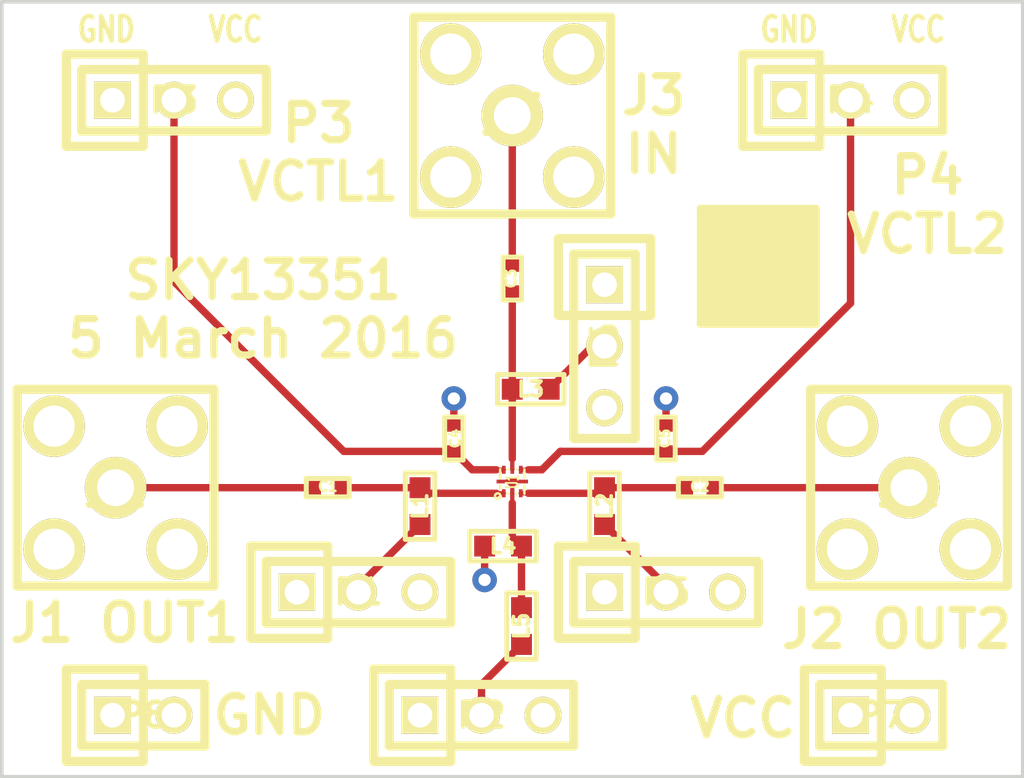
<source format=kicad_pcb>
(kicad_pcb (version 4) (host pcbnew "(2015-08-18 BZR 6102)-product")

  (general
    (links 52)
    (no_connects 2)
    (area 131.242999 81.712999 173.557001 113.867001)
    (thickness 1.6)
    (drawings 16)
    (tracks 45)
    (zones 0)
    (modules 22)
    (nets 16)
  )

  (page A4)
  (layers
    (0 C1F.Cu signal)
    (1 C2.Cu signal hide)
    (2 C3.Cu signal hide)
    (31 C4B.Cu signal)
    (32 B.Adhes user)
    (33 F.Adhes user)
    (34 B.Paste user)
    (35 F.Paste user)
    (36 B.SilkS user)
    (37 F.SilkS user)
    (38 B.Mask user)
    (39 F.Mask user)
    (40 Dwgs.User user)
    (41 Cmts.User user)
    (42 Eco1.User user)
    (43 Eco2.User user)
    (44 Edge.Cuts user)
    (45 Margin user)
    (46 B.CrtYd user)
    (47 F.CrtYd user)
    (48 B.Fab user)
    (49 F.Fab user)
  )

  (setup
    (last_trace_width 0.3048)
    (user_trace_width 0.1778)
    (trace_clearance 0.1524)
    (zone_clearance 0.3048)
    (zone_45_only no)
    (trace_min 0.1778)
    (segment_width 0.2)
    (edge_width 0.15)
    (via_size 1.016)
    (via_drill 0.508)
    (via_min_size 0.4)
    (via_min_drill 0.3)
    (uvia_size 0.3)
    (uvia_drill 0.1)
    (uvias_allowed no)
    (uvia_min_size 0)
    (uvia_min_drill 0)
    (pcb_text_width 0.3)
    (pcb_text_size 1.5 1.5)
    (mod_edge_width 0.15)
    (mod_text_size 1 1)
    (mod_text_width 0.15)
    (pad_size 1.524 1.524)
    (pad_drill 0.762)
    (pad_to_mask_clearance 0.2)
    (aux_axis_origin 0 0)
    (visible_elements FFFFFF7F)
    (pcbplotparams
      (layerselection 0x010e8_80000007)
      (usegerberextensions true)
      (excludeedgelayer true)
      (linewidth 0.100000)
      (plotframeref false)
      (viasonmask false)
      (mode 1)
      (useauxorigin false)
      (hpglpennumber 1)
      (hpglpenspeed 20)
      (hpglpendiameter 15)
      (hpglpenoverlay 2)
      (psnegative false)
      (psa4output false)
      (plotreference false)
      (plotvalue false)
      (plotinvisibletext false)
      (padsonsilk false)
      (subtractmaskfromsilk false)
      (outputformat 1)
      (mirror false)
      (drillshape 0)
      (scaleselection 1)
      (outputdirectory gerber))
  )

  (net 0 "")
  (net 1 "Net-(C1-Pad2)")
  (net 2 "Net-(C1-Pad1)")
  (net 3 "Net-(C2-Pad2)")
  (net 4 "Net-(C2-Pad1)")
  (net 5 "Net-(C3-Pad2)")
  (net 6 "Net-(C3-Pad1)")
  (net 7 GND)
  (net 8 VCC)
  (net 9 "Net-(C4-Pad1)")
  (net 10 "Net-(C5-Pad2)")
  (net 11 "Net-(L1-Pad1)")
  (net 12 "Net-(L5-Pad1)")
  (net 13 "Net-(L2-Pad1)")
  (net 14 "Net-(L3-Pad1)")
  (net 15 "Net-(L4-Pad2)")

  (net_class Default "This is the default net class."
    (clearance 0.1524)
    (trace_width 0.3048)
    (via_dia 1.016)
    (via_drill 0.508)
    (uvia_dia 0.3)
    (uvia_drill 0.1)
    (add_net GND)
    (add_net "Net-(C1-Pad1)")
    (add_net "Net-(C1-Pad2)")
    (add_net "Net-(C2-Pad1)")
    (add_net "Net-(C2-Pad2)")
    (add_net "Net-(C3-Pad1)")
    (add_net "Net-(C3-Pad2)")
    (add_net "Net-(C4-Pad1)")
    (add_net "Net-(C5-Pad2)")
    (add_net "Net-(L1-Pad1)")
    (add_net "Net-(L2-Pad1)")
    (add_net "Net-(L3-Pad1)")
    (add_net "Net-(L4-Pad2)")
    (add_net "Net-(L5-Pad1)")
    (add_net VCC)
  )

  (module gsg-modules:0402 (layer C1F.Cu) (tedit 4FB6CFE4) (tstamp 56DA2902)
    (at 144.78 101.854 180)
    (path /56DA2888)
    (solder_mask_margin 0.1016)
    (fp_text reference C1 (at 0 0.0508 180) (layer F.SilkS)
      (effects (font (size 0.4064 0.4064) (thickness 0.1016)))
    )
    (fp_text value 100nF (at 0 0.0508 180) (layer F.SilkS) hide
      (effects (font (size 0.4064 0.4064) (thickness 0.1016)))
    )
    (fp_line (start 0.889 -0.381) (end 0.889 0.381) (layer F.SilkS) (width 0.2032))
    (fp_line (start 0.889 0.381) (end -0.889 0.381) (layer F.SilkS) (width 0.2032))
    (fp_line (start -0.889 0.381) (end -0.889 -0.381) (layer F.SilkS) (width 0.2032))
    (fp_line (start -0.889 -0.381) (end 0.889 -0.381) (layer F.SilkS) (width 0.2032))
    (pad 2 smd rect (at 0.5334 0 180) (size 0.508 0.5588) (layers C1F.Cu F.Paste F.Mask)
      (net 1 "Net-(C1-Pad2)") (solder_mask_margin 0.1016))
    (pad 1 smd rect (at -0.5334 0 180) (size 0.508 0.5588) (layers C1F.Cu F.Paste F.Mask)
      (net 2 "Net-(C1-Pad1)") (solder_mask_margin 0.1016))
  )

  (module gsg-modules:0402 (layer C1F.Cu) (tedit 4FB6CFE4) (tstamp 56DA2908)
    (at 160.147 101.854 180)
    (path /56DBD5EF)
    (solder_mask_margin 0.1016)
    (fp_text reference C2 (at 0 0.0508 180) (layer F.SilkS)
      (effects (font (size 0.4064 0.4064) (thickness 0.1016)))
    )
    (fp_text value 100nF (at 0 0.0508 180) (layer F.SilkS) hide
      (effects (font (size 0.4064 0.4064) (thickness 0.1016)))
    )
    (fp_line (start 0.889 -0.381) (end 0.889 0.381) (layer F.SilkS) (width 0.2032))
    (fp_line (start 0.889 0.381) (end -0.889 0.381) (layer F.SilkS) (width 0.2032))
    (fp_line (start -0.889 0.381) (end -0.889 -0.381) (layer F.SilkS) (width 0.2032))
    (fp_line (start -0.889 -0.381) (end 0.889 -0.381) (layer F.SilkS) (width 0.2032))
    (pad 2 smd rect (at 0.5334 0 180) (size 0.508 0.5588) (layers C1F.Cu F.Paste F.Mask)
      (net 3 "Net-(C2-Pad2)") (solder_mask_margin 0.1016))
    (pad 1 smd rect (at -0.5334 0 180) (size 0.508 0.5588) (layers C1F.Cu F.Paste F.Mask)
      (net 4 "Net-(C2-Pad1)") (solder_mask_margin 0.1016))
  )

  (module gsg-modules:0402 (layer C1F.Cu) (tedit 4FB6CFE4) (tstamp 56DA290E)
    (at 152.4 93.218 270)
    (path /56DBD676)
    (solder_mask_margin 0.1016)
    (fp_text reference C3 (at 0 0.0508 270) (layer F.SilkS)
      (effects (font (size 0.4064 0.4064) (thickness 0.1016)))
    )
    (fp_text value 100nF (at 0 0.0508 270) (layer F.SilkS) hide
      (effects (font (size 0.4064 0.4064) (thickness 0.1016)))
    )
    (fp_line (start 0.889 -0.381) (end 0.889 0.381) (layer F.SilkS) (width 0.2032))
    (fp_line (start 0.889 0.381) (end -0.889 0.381) (layer F.SilkS) (width 0.2032))
    (fp_line (start -0.889 0.381) (end -0.889 -0.381) (layer F.SilkS) (width 0.2032))
    (fp_line (start -0.889 -0.381) (end 0.889 -0.381) (layer F.SilkS) (width 0.2032))
    (pad 2 smd rect (at 0.5334 0 270) (size 0.508 0.5588) (layers C1F.Cu F.Paste F.Mask)
      (net 5 "Net-(C3-Pad2)") (solder_mask_margin 0.1016))
    (pad 1 smd rect (at -0.5334 0 270) (size 0.508 0.5588) (layers C1F.Cu F.Paste F.Mask)
      (net 6 "Net-(C3-Pad1)") (solder_mask_margin 0.1016))
  )

  (module gsg-modules:HEADER-1x3 (layer C1F.Cu) (tedit 4F8A5ED8) (tstamp 56DA2930)
    (at 146.05 106.172)
    (tags CONN)
    (path /56DA2D1A)
    (fp_text reference P1 (at 0 0) (layer F.SilkS)
      (effects (font (size 1.016 1.016) (thickness 0.2032)))
    )
    (fp_text value CONN_01X03 (at 0 0) (layer F.SilkS) hide
      (effects (font (size 1.016 1.016) (thickness 0.2032)))
    )
    (fp_line (start -3.81 -1.27) (end 3.81 -1.27) (layer F.SilkS) (width 0.381))
    (fp_line (start 3.81 -1.27) (end 3.81 1.27) (layer F.SilkS) (width 0.381))
    (fp_line (start 3.81 1.27) (end -3.81 1.27) (layer F.SilkS) (width 0.381))
    (fp_line (start -1.27 1.905) (end -1.27 -1.905) (layer F.SilkS) (width 0.381))
    (fp_line (start -1.27 -1.905) (end -4.445 -1.905) (layer F.SilkS) (width 0.381))
    (fp_line (start -4.445 -1.905) (end -4.445 1.905) (layer F.SilkS) (width 0.381))
    (fp_line (start -3.81 -1.27) (end -3.81 1.27) (layer F.SilkS) (width 0.381))
    (fp_line (start -4.445 1.905) (end -1.27 1.905) (layer F.SilkS) (width 0.381))
    (pad 1 thru_hole rect (at -2.54 0) (size 1.524 1.524) (drill 1.016) (layers *.Cu *.Mask F.SilkS)
      (net 7 GND))
    (pad 2 thru_hole circle (at 0 0) (size 1.524 1.524) (drill 1.016) (layers *.Cu *.Mask F.SilkS)
      (net 11 "Net-(L1-Pad1)"))
    (pad 3 thru_hole circle (at 2.54 0) (size 1.524 1.524) (drill 1.016) (layers *.Cu *.Mask F.SilkS)
      (net 8 VCC))
  )

  (module gsg-modules:HEADER-1x3 (layer C1F.Cu) (tedit 4F8A5ED8) (tstamp 56DA2937)
    (at 151.13 111.252)
    (tags CONN)
    (path /56DA3431)
    (fp_text reference P2 (at 0 0) (layer F.SilkS)
      (effects (font (size 1.016 1.016) (thickness 0.2032)))
    )
    (fp_text value CONN_01X03 (at 0 0) (layer F.SilkS) hide
      (effects (font (size 1.016 1.016) (thickness 0.2032)))
    )
    (fp_line (start -3.81 -1.27) (end 3.81 -1.27) (layer F.SilkS) (width 0.381))
    (fp_line (start 3.81 -1.27) (end 3.81 1.27) (layer F.SilkS) (width 0.381))
    (fp_line (start 3.81 1.27) (end -3.81 1.27) (layer F.SilkS) (width 0.381))
    (fp_line (start -1.27 1.905) (end -1.27 -1.905) (layer F.SilkS) (width 0.381))
    (fp_line (start -1.27 -1.905) (end -4.445 -1.905) (layer F.SilkS) (width 0.381))
    (fp_line (start -4.445 -1.905) (end -4.445 1.905) (layer F.SilkS) (width 0.381))
    (fp_line (start -3.81 -1.27) (end -3.81 1.27) (layer F.SilkS) (width 0.381))
    (fp_line (start -4.445 1.905) (end -1.27 1.905) (layer F.SilkS) (width 0.381))
    (pad 1 thru_hole rect (at -2.54 0) (size 1.524 1.524) (drill 1.016) (layers *.Cu *.Mask F.SilkS)
      (net 7 GND))
    (pad 2 thru_hole circle (at 0 0) (size 1.524 1.524) (drill 1.016) (layers *.Cu *.Mask F.SilkS)
      (net 12 "Net-(L5-Pad1)"))
    (pad 3 thru_hole circle (at 2.54 0) (size 1.524 1.524) (drill 1.016) (layers *.Cu *.Mask F.SilkS)
      (net 8 VCC))
  )

  (module gsg-modules:HEADER-1x3 (layer C1F.Cu) (tedit 4F8A5ED8) (tstamp 56DA293E)
    (at 138.43 85.852)
    (tags CONN)
    (path /56DA4DA6)
    (fp_text reference P3 (at 0 0) (layer F.SilkS)
      (effects (font (size 1.016 1.016) (thickness 0.2032)))
    )
    (fp_text value CONN_01X03 (at 0 0) (layer F.SilkS) hide
      (effects (font (size 1.016 1.016) (thickness 0.2032)))
    )
    (fp_line (start -3.81 -1.27) (end 3.81 -1.27) (layer F.SilkS) (width 0.381))
    (fp_line (start 3.81 -1.27) (end 3.81 1.27) (layer F.SilkS) (width 0.381))
    (fp_line (start 3.81 1.27) (end -3.81 1.27) (layer F.SilkS) (width 0.381))
    (fp_line (start -1.27 1.905) (end -1.27 -1.905) (layer F.SilkS) (width 0.381))
    (fp_line (start -1.27 -1.905) (end -4.445 -1.905) (layer F.SilkS) (width 0.381))
    (fp_line (start -4.445 -1.905) (end -4.445 1.905) (layer F.SilkS) (width 0.381))
    (fp_line (start -3.81 -1.27) (end -3.81 1.27) (layer F.SilkS) (width 0.381))
    (fp_line (start -4.445 1.905) (end -1.27 1.905) (layer F.SilkS) (width 0.381))
    (pad 1 thru_hole rect (at -2.54 0) (size 1.524 1.524) (drill 1.016) (layers *.Cu *.Mask F.SilkS)
      (net 7 GND))
    (pad 2 thru_hole circle (at 0 0) (size 1.524 1.524) (drill 1.016) (layers *.Cu *.Mask F.SilkS)
      (net 9 "Net-(C4-Pad1)"))
    (pad 3 thru_hole circle (at 2.54 0) (size 1.524 1.524) (drill 1.016) (layers *.Cu *.Mask F.SilkS)
      (net 8 VCC))
  )

  (module gsg-modules:HEADER-1x3 (layer C1F.Cu) (tedit 4F8A5ED8) (tstamp 56DA2945)
    (at 166.37 85.852)
    (tags CONN)
    (path /56DA4C99)
    (fp_text reference P4 (at 0 0) (layer F.SilkS)
      (effects (font (size 1.016 1.016) (thickness 0.2032)))
    )
    (fp_text value CONN_01X03 (at 0 0) (layer F.SilkS) hide
      (effects (font (size 1.016 1.016) (thickness 0.2032)))
    )
    (fp_line (start -3.81 -1.27) (end 3.81 -1.27) (layer F.SilkS) (width 0.381))
    (fp_line (start 3.81 -1.27) (end 3.81 1.27) (layer F.SilkS) (width 0.381))
    (fp_line (start 3.81 1.27) (end -3.81 1.27) (layer F.SilkS) (width 0.381))
    (fp_line (start -1.27 1.905) (end -1.27 -1.905) (layer F.SilkS) (width 0.381))
    (fp_line (start -1.27 -1.905) (end -4.445 -1.905) (layer F.SilkS) (width 0.381))
    (fp_line (start -4.445 -1.905) (end -4.445 1.905) (layer F.SilkS) (width 0.381))
    (fp_line (start -3.81 -1.27) (end -3.81 1.27) (layer F.SilkS) (width 0.381))
    (fp_line (start -4.445 1.905) (end -1.27 1.905) (layer F.SilkS) (width 0.381))
    (pad 1 thru_hole rect (at -2.54 0) (size 1.524 1.524) (drill 1.016) (layers *.Cu *.Mask F.SilkS)
      (net 7 GND))
    (pad 2 thru_hole circle (at 0 0) (size 1.524 1.524) (drill 1.016) (layers *.Cu *.Mask F.SilkS)
      (net 10 "Net-(C5-Pad2)"))
    (pad 3 thru_hole circle (at 2.54 0) (size 1.524 1.524) (drill 1.016) (layers *.Cu *.Mask F.SilkS)
      (net 8 VCC))
  )

  (module gsg-modules:HEADER-1x3 (layer C1F.Cu) (tedit 4F8A5ED8) (tstamp 56DA294C)
    (at 158.75 106.172)
    (tags CONN)
    (path /56DA479F)
    (fp_text reference P5 (at 0 0) (layer F.SilkS)
      (effects (font (size 1.016 1.016) (thickness 0.2032)))
    )
    (fp_text value CONN_01X03 (at 0 0) (layer F.SilkS) hide
      (effects (font (size 1.016 1.016) (thickness 0.2032)))
    )
    (fp_line (start -3.81 -1.27) (end 3.81 -1.27) (layer F.SilkS) (width 0.381))
    (fp_line (start 3.81 -1.27) (end 3.81 1.27) (layer F.SilkS) (width 0.381))
    (fp_line (start 3.81 1.27) (end -3.81 1.27) (layer F.SilkS) (width 0.381))
    (fp_line (start -1.27 1.905) (end -1.27 -1.905) (layer F.SilkS) (width 0.381))
    (fp_line (start -1.27 -1.905) (end -4.445 -1.905) (layer F.SilkS) (width 0.381))
    (fp_line (start -4.445 -1.905) (end -4.445 1.905) (layer F.SilkS) (width 0.381))
    (fp_line (start -3.81 -1.27) (end -3.81 1.27) (layer F.SilkS) (width 0.381))
    (fp_line (start -4.445 1.905) (end -1.27 1.905) (layer F.SilkS) (width 0.381))
    (pad 1 thru_hole rect (at -2.54 0) (size 1.524 1.524) (drill 1.016) (layers *.Cu *.Mask F.SilkS)
      (net 7 GND))
    (pad 2 thru_hole circle (at 0 0) (size 1.524 1.524) (drill 1.016) (layers *.Cu *.Mask F.SilkS)
      (net 13 "Net-(L2-Pad1)"))
    (pad 3 thru_hole circle (at 2.54 0) (size 1.524 1.524) (drill 1.016) (layers *.Cu *.Mask F.SilkS)
      (net 8 VCC))
  )

  (module gsg-modules:HEADER-1x3 (layer C1F.Cu) (tedit 4F8A5ED8) (tstamp 56DA2953)
    (at 156.21 96.012 270)
    (tags CONN)
    (path /56DA3A34)
    (fp_text reference P6 (at 0 0 270) (layer F.SilkS)
      (effects (font (size 1.016 1.016) (thickness 0.2032)))
    )
    (fp_text value CONN_01X03 (at 0 0 270) (layer F.SilkS) hide
      (effects (font (size 1.016 1.016) (thickness 0.2032)))
    )
    (fp_line (start -3.81 -1.27) (end 3.81 -1.27) (layer F.SilkS) (width 0.381))
    (fp_line (start 3.81 -1.27) (end 3.81 1.27) (layer F.SilkS) (width 0.381))
    (fp_line (start 3.81 1.27) (end -3.81 1.27) (layer F.SilkS) (width 0.381))
    (fp_line (start -1.27 1.905) (end -1.27 -1.905) (layer F.SilkS) (width 0.381))
    (fp_line (start -1.27 -1.905) (end -4.445 -1.905) (layer F.SilkS) (width 0.381))
    (fp_line (start -4.445 -1.905) (end -4.445 1.905) (layer F.SilkS) (width 0.381))
    (fp_line (start -3.81 -1.27) (end -3.81 1.27) (layer F.SilkS) (width 0.381))
    (fp_line (start -4.445 1.905) (end -1.27 1.905) (layer F.SilkS) (width 0.381))
    (pad 1 thru_hole rect (at -2.54 0 270) (size 1.524 1.524) (drill 1.016) (layers *.Cu *.Mask F.SilkS)
      (net 7 GND))
    (pad 2 thru_hole circle (at 0 0 270) (size 1.524 1.524) (drill 1.016) (layers *.Cu *.Mask F.SilkS)
      (net 14 "Net-(L3-Pad1)"))
    (pad 3 thru_hole circle (at 2.54 0 270) (size 1.524 1.524) (drill 1.016) (layers *.Cu *.Mask F.SilkS)
      (net 8 VCC))
  )

  (module gsg-modules:HEADER-1x2 (layer C1F.Cu) (tedit 4F8A5E8A) (tstamp 56DA2959)
    (at 167.64 111.252)
    (tags CONN)
    (path /56DA6957)
    (fp_text reference P7 (at 0 0) (layer F.SilkS)
      (effects (font (size 1.016 1.016) (thickness 0.2032)))
    )
    (fp_text value CONN_01X02 (at 0 0) (layer F.SilkS) hide
      (effects (font (size 1.016 1.016) (thickness 0.2032)))
    )
    (fp_line (start -2.54 -1.27) (end 2.54 -1.27) (layer F.SilkS) (width 0.381))
    (fp_line (start 2.54 -1.27) (end 2.54 1.27) (layer F.SilkS) (width 0.381))
    (fp_line (start 2.54 1.27) (end -2.54 1.27) (layer F.SilkS) (width 0.381))
    (fp_line (start 0 1.905) (end 0 -1.905) (layer F.SilkS) (width 0.381))
    (fp_line (start 0 -1.905) (end -3.175 -1.905) (layer F.SilkS) (width 0.381))
    (fp_line (start -3.175 -1.905) (end -3.175 1.905) (layer F.SilkS) (width 0.381))
    (fp_line (start -2.54 -1.27) (end -2.54 1.27) (layer F.SilkS) (width 0.381))
    (fp_line (start -3.175 1.905) (end 0 1.905) (layer F.SilkS) (width 0.381))
    (pad 1 thru_hole rect (at -1.27 0) (size 1.524 1.524) (drill 1.016) (layers *.Cu *.Mask F.SilkS)
      (net 8 VCC))
    (pad 2 thru_hole circle (at 1.27 0) (size 1.524 1.524) (drill 1.016) (layers *.Cu *.Mask F.SilkS)
      (net 8 VCC))
  )

  (module gsg-modules:HEADER-1x2 (layer C1F.Cu) (tedit 4F8A5E8A) (tstamp 56DA295F)
    (at 137.16 111.252)
    (tags CONN)
    (path /56DA6C26)
    (fp_text reference P8 (at 0 0) (layer F.SilkS)
      (effects (font (size 1.016 1.016) (thickness 0.2032)))
    )
    (fp_text value CONN_01X02 (at 0 0) (layer F.SilkS) hide
      (effects (font (size 1.016 1.016) (thickness 0.2032)))
    )
    (fp_line (start -2.54 -1.27) (end 2.54 -1.27) (layer F.SilkS) (width 0.381))
    (fp_line (start 2.54 -1.27) (end 2.54 1.27) (layer F.SilkS) (width 0.381))
    (fp_line (start 2.54 1.27) (end -2.54 1.27) (layer F.SilkS) (width 0.381))
    (fp_line (start 0 1.905) (end 0 -1.905) (layer F.SilkS) (width 0.381))
    (fp_line (start 0 -1.905) (end -3.175 -1.905) (layer F.SilkS) (width 0.381))
    (fp_line (start -3.175 -1.905) (end -3.175 1.905) (layer F.SilkS) (width 0.381))
    (fp_line (start -2.54 -1.27) (end -2.54 1.27) (layer F.SilkS) (width 0.381))
    (fp_line (start -3.175 1.905) (end 0 1.905) (layer F.SilkS) (width 0.381))
    (pad 1 thru_hole rect (at -1.27 0) (size 1.524 1.524) (drill 1.016) (layers *.Cu *.Mask F.SilkS)
      (net 7 GND))
    (pad 2 thru_hole circle (at 1.27 0) (size 1.524 1.524) (drill 1.016) (layers *.Cu *.Mask F.SilkS)
      (net 7 GND))
  )

  (module gsg-modules:SMA-VERTICAL (layer C1F.Cu) (tedit 56DA6AD7) (tstamp 56DA2929)
    (at 152.4 86.487)
    (path /56DA2121)
    (fp_text reference J3 (at 0 0) (layer F.SilkS)
      (effects (font (thickness 0.3048)))
    )
    (fp_text value SMA (at 0 0) (layer F.SilkS) hide
      (effects (font (thickness 0.3048)))
    )
    (fp_line (start -4.064 -4.064) (end -4.064 4.064) (layer F.SilkS) (width 0.381))
    (fp_line (start -4.064 4.064) (end 4.064 4.064) (layer F.SilkS) (width 0.381))
    (fp_line (start 4.064 4.064) (end 4.064 -4.064) (layer F.SilkS) (width 0.381))
    (fp_line (start 4.064 -4.064) (end -4.064 -4.064) (layer F.SilkS) (width 0.381))
    (pad 1 thru_hole circle (at 0 0) (size 2.54 2.54) (drill 1.524) (layers *.Cu *.Mask F.SilkS)
      (net 6 "Net-(C3-Pad1)"))
    (pad 2 thru_hole circle (at -2.54 -2.54) (size 2.54 2.54) (drill 1.7018) (layers *.Cu *.Mask F.SilkS)
      (net 7 GND))
    (pad 2 thru_hole circle (at -2.54 2.54) (size 2.54 2.54) (drill 1.7018) (layers *.Cu *.Mask F.SilkS)
      (net 7 GND))
    (pad 2 thru_hole circle (at 2.54 2.54) (size 2.54 2.54) (drill 1.7018) (layers *.Cu *.Mask F.SilkS)
      (net 7 GND))
    (pad 2 thru_hole circle (at 2.54 -2.54) (size 2.54 2.54) (drill 1.7018) (layers *.Cu *.Mask F.SilkS)
      (net 7 GND))
  )

  (module gsg-modules:SMA-VERTICAL (layer C1F.Cu) (tedit 56DA6AD7) (tstamp 56DA2917)
    (at 136.017 101.854)
    (path /56DA22DC)
    (fp_text reference J1 (at 0 0) (layer F.SilkS)
      (effects (font (thickness 0.3048)))
    )
    (fp_text value SMA (at 0 0) (layer F.SilkS) hide
      (effects (font (thickness 0.3048)))
    )
    (fp_line (start -4.064 -4.064) (end -4.064 4.064) (layer F.SilkS) (width 0.381))
    (fp_line (start -4.064 4.064) (end 4.064 4.064) (layer F.SilkS) (width 0.381))
    (fp_line (start 4.064 4.064) (end 4.064 -4.064) (layer F.SilkS) (width 0.381))
    (fp_line (start 4.064 -4.064) (end -4.064 -4.064) (layer F.SilkS) (width 0.381))
    (pad 1 thru_hole circle (at 0 0) (size 2.54 2.54) (drill 1.524) (layers *.Cu *.Mask F.SilkS)
      (net 1 "Net-(C1-Pad2)"))
    (pad 2 thru_hole circle (at -2.54 -2.54) (size 2.54 2.54) (drill 1.7018) (layers *.Cu *.Mask F.SilkS)
      (net 7 GND))
    (pad 2 thru_hole circle (at -2.54 2.54) (size 2.54 2.54) (drill 1.7018) (layers *.Cu *.Mask F.SilkS)
      (net 7 GND))
    (pad 2 thru_hole circle (at 2.54 2.54) (size 2.54 2.54) (drill 1.7018) (layers *.Cu *.Mask F.SilkS)
      (net 7 GND))
    (pad 2 thru_hole circle (at 2.54 -2.54) (size 2.54 2.54) (drill 1.7018) (layers *.Cu *.Mask F.SilkS)
      (net 7 GND))
  )

  (module gsg-modules:SMA-VERTICAL (layer C1F.Cu) (tedit 56DA6AD7) (tstamp 56DA2920)
    (at 168.783 101.854)
    (path /56DA4793)
    (fp_text reference J2 (at 0 0) (layer F.SilkS)
      (effects (font (thickness 0.3048)))
    )
    (fp_text value SMA (at 0 0) (layer F.SilkS) hide
      (effects (font (thickness 0.3048)))
    )
    (fp_line (start -4.064 -4.064) (end -4.064 4.064) (layer F.SilkS) (width 0.381))
    (fp_line (start -4.064 4.064) (end 4.064 4.064) (layer F.SilkS) (width 0.381))
    (fp_line (start 4.064 4.064) (end 4.064 -4.064) (layer F.SilkS) (width 0.381))
    (fp_line (start 4.064 -4.064) (end -4.064 -4.064) (layer F.SilkS) (width 0.381))
    (pad 1 thru_hole circle (at 0 0) (size 2.54 2.54) (drill 1.524) (layers *.Cu *.Mask F.SilkS)
      (net 4 "Net-(C2-Pad1)"))
    (pad 2 thru_hole circle (at -2.54 -2.54) (size 2.54 2.54) (drill 1.7018) (layers *.Cu *.Mask F.SilkS)
      (net 7 GND))
    (pad 2 thru_hole circle (at -2.54 2.54) (size 2.54 2.54) (drill 1.7018) (layers *.Cu *.Mask F.SilkS)
      (net 7 GND))
    (pad 2 thru_hole circle (at 2.54 2.54) (size 2.54 2.54) (drill 1.7018) (layers *.Cu *.Mask F.SilkS)
      (net 7 GND))
    (pad 2 thru_hole circle (at 2.54 -2.54) (size 2.54 2.54) (drill 1.7018) (layers *.Cu *.Mask F.SilkS)
      (net 7 GND))
  )

  (module gsg-modules:0402 (layer C1F.Cu) (tedit 4FB6CFE4) (tstamp 56DBC251)
    (at 149.987 99.822 90)
    (path /56DBBAAD)
    (solder_mask_margin 0.1016)
    (fp_text reference C4 (at 0 0.0508 90) (layer F.SilkS)
      (effects (font (size 0.4064 0.4064) (thickness 0.1016)))
    )
    (fp_text value 33pF (at 0 0.0508 90) (layer F.SilkS) hide
      (effects (font (size 0.4064 0.4064) (thickness 0.1016)))
    )
    (fp_line (start 0.889 -0.381) (end 0.889 0.381) (layer F.SilkS) (width 0.2032))
    (fp_line (start 0.889 0.381) (end -0.889 0.381) (layer F.SilkS) (width 0.2032))
    (fp_line (start -0.889 0.381) (end -0.889 -0.381) (layer F.SilkS) (width 0.2032))
    (fp_line (start -0.889 -0.381) (end 0.889 -0.381) (layer F.SilkS) (width 0.2032))
    (pad 2 smd rect (at 0.5334 0 90) (size 0.508 0.5588) (layers C1F.Cu F.Paste F.Mask)
      (net 7 GND) (solder_mask_margin 0.1016))
    (pad 1 smd rect (at -0.5334 0 90) (size 0.508 0.5588) (layers C1F.Cu F.Paste F.Mask)
      (net 9 "Net-(C4-Pad1)") (solder_mask_margin 0.1016))
  )

  (module gsg-modules:0402 (layer C1F.Cu) (tedit 4FB6CFE4) (tstamp 56DBC25B)
    (at 158.75 99.822 270)
    (path /56DBDA27)
    (solder_mask_margin 0.1016)
    (fp_text reference C5 (at 0 0.0508 270) (layer F.SilkS)
      (effects (font (size 0.4064 0.4064) (thickness 0.1016)))
    )
    (fp_text value 33pF (at 0 0.0508 270) (layer F.SilkS) hide
      (effects (font (size 0.4064 0.4064) (thickness 0.1016)))
    )
    (fp_line (start 0.889 -0.381) (end 0.889 0.381) (layer F.SilkS) (width 0.2032))
    (fp_line (start 0.889 0.381) (end -0.889 0.381) (layer F.SilkS) (width 0.2032))
    (fp_line (start -0.889 0.381) (end -0.889 -0.381) (layer F.SilkS) (width 0.2032))
    (fp_line (start -0.889 -0.381) (end 0.889 -0.381) (layer F.SilkS) (width 0.2032))
    (pad 2 smd rect (at 0.5334 0 270) (size 0.508 0.5588) (layers C1F.Cu F.Paste F.Mask)
      (net 10 "Net-(C5-Pad2)") (solder_mask_margin 0.1016))
    (pad 1 smd rect (at -0.5334 0 270) (size 0.508 0.5588) (layers C1F.Cu F.Paste F.Mask)
      (net 7 GND) (solder_mask_margin 0.1016))
  )

  (module gsg-modules:0603 (layer C1F.Cu) (tedit 5605D54C) (tstamp 56DBC7F2)
    (at 148.59 102.616 90)
    (path /56DBC2E0)
    (solder_mask_margin 0.1016)
    (fp_text reference L1 (at 0 0 90) (layer F.SilkS)
      (effects (font (size 0.6096 0.6096) (thickness 0.1524)))
    )
    (fp_text value 15uH (at 0 0 90) (layer F.SilkS) hide
      (effects (font (size 0.6096 0.6096) (thickness 0.1524)))
    )
    (fp_line (start 1.3716 -0.6096) (end -1.3716 -0.6096) (layer F.SilkS) (width 0.2032))
    (fp_line (start -1.3716 -0.6096) (end -1.3716 0.6096) (layer F.SilkS) (width 0.2032))
    (fp_line (start -1.3716 0.6096) (end 1.3716 0.6096) (layer F.SilkS) (width 0.2032))
    (fp_line (start 1.3716 0.6096) (end 1.3716 -0.6096) (layer F.SilkS) (width 0.2032))
    (pad 2 smd rect (at 0.762 0 90) (size 0.8636 0.8636) (layers C1F.Cu F.Paste F.Mask)
      (net 2 "Net-(C1-Pad1)") (solder_mask_margin 0.1016) (clearance 0.1778))
    (pad 1 smd rect (at -0.762 0 90) (size 0.8636 0.8636) (layers C1F.Cu F.Paste F.Mask)
      (net 11 "Net-(L1-Pad1)") (solder_mask_margin 0.1016) (clearance 0.1778))
  )

  (module gsg-modules:0603 (layer C1F.Cu) (tedit 5605D54C) (tstamp 56DBC7FC)
    (at 156.21 102.616 90)
    (path /56DBCC8D)
    (solder_mask_margin 0.1016)
    (fp_text reference L2 (at 0 0 90) (layer F.SilkS)
      (effects (font (size 0.6096 0.6096) (thickness 0.1524)))
    )
    (fp_text value 15uH (at 0 0 90) (layer F.SilkS) hide
      (effects (font (size 0.6096 0.6096) (thickness 0.1524)))
    )
    (fp_line (start 1.3716 -0.6096) (end -1.3716 -0.6096) (layer F.SilkS) (width 0.2032))
    (fp_line (start -1.3716 -0.6096) (end -1.3716 0.6096) (layer F.SilkS) (width 0.2032))
    (fp_line (start -1.3716 0.6096) (end 1.3716 0.6096) (layer F.SilkS) (width 0.2032))
    (fp_line (start 1.3716 0.6096) (end 1.3716 -0.6096) (layer F.SilkS) (width 0.2032))
    (pad 2 smd rect (at 0.762 0 90) (size 0.8636 0.8636) (layers C1F.Cu F.Paste F.Mask)
      (net 3 "Net-(C2-Pad2)") (solder_mask_margin 0.1016) (clearance 0.1778))
    (pad 1 smd rect (at -0.762 0 90) (size 0.8636 0.8636) (layers C1F.Cu F.Paste F.Mask)
      (net 13 "Net-(L2-Pad1)") (solder_mask_margin 0.1016) (clearance 0.1778))
  )

  (module gsg-modules:0603 (layer C1F.Cu) (tedit 5605D54C) (tstamp 56DBC806)
    (at 153.162 97.79 180)
    (path /56DBCEE1)
    (solder_mask_margin 0.1016)
    (fp_text reference L3 (at 0 0 180) (layer F.SilkS)
      (effects (font (size 0.6096 0.6096) (thickness 0.1524)))
    )
    (fp_text value 15uH (at 0 0 180) (layer F.SilkS) hide
      (effects (font (size 0.6096 0.6096) (thickness 0.1524)))
    )
    (fp_line (start 1.3716 -0.6096) (end -1.3716 -0.6096) (layer F.SilkS) (width 0.2032))
    (fp_line (start -1.3716 -0.6096) (end -1.3716 0.6096) (layer F.SilkS) (width 0.2032))
    (fp_line (start -1.3716 0.6096) (end 1.3716 0.6096) (layer F.SilkS) (width 0.2032))
    (fp_line (start 1.3716 0.6096) (end 1.3716 -0.6096) (layer F.SilkS) (width 0.2032))
    (pad 2 smd rect (at 0.762 0 180) (size 0.8636 0.8636) (layers C1F.Cu F.Paste F.Mask)
      (net 5 "Net-(C3-Pad2)") (solder_mask_margin 0.1016) (clearance 0.1778))
    (pad 1 smd rect (at -0.762 0 180) (size 0.8636 0.8636) (layers C1F.Cu F.Paste F.Mask)
      (net 14 "Net-(L3-Pad1)") (solder_mask_margin 0.1016) (clearance 0.1778))
  )

  (module gsg-modules:0603 (layer C1F.Cu) (tedit 5605D54C) (tstamp 56DBC810)
    (at 152.019 104.267)
    (path /56DBCB5F)
    (solder_mask_margin 0.1016)
    (fp_text reference L4 (at 0 0) (layer F.SilkS)
      (effects (font (size 0.6096 0.6096) (thickness 0.1524)))
    )
    (fp_text value 15uH (at 0 0) (layer F.SilkS) hide
      (effects (font (size 0.6096 0.6096) (thickness 0.1524)))
    )
    (fp_line (start 1.3716 -0.6096) (end -1.3716 -0.6096) (layer F.SilkS) (width 0.2032))
    (fp_line (start -1.3716 -0.6096) (end -1.3716 0.6096) (layer F.SilkS) (width 0.2032))
    (fp_line (start -1.3716 0.6096) (end 1.3716 0.6096) (layer F.SilkS) (width 0.2032))
    (fp_line (start 1.3716 0.6096) (end 1.3716 -0.6096) (layer F.SilkS) (width 0.2032))
    (pad 2 smd rect (at 0.762 0) (size 0.8636 0.8636) (layers C1F.Cu F.Paste F.Mask)
      (net 15 "Net-(L4-Pad2)") (solder_mask_margin 0.1016) (clearance 0.1778))
    (pad 1 smd rect (at -0.762 0) (size 0.8636 0.8636) (layers C1F.Cu F.Paste F.Mask)
      (net 7 GND) (solder_mask_margin 0.1016) (clearance 0.1778))
  )

  (module gsg-modules:0603 (layer C1F.Cu) (tedit 5605D54C) (tstamp 56DBC81A)
    (at 152.781 107.569 90)
    (path /56DBD31A)
    (solder_mask_margin 0.1016)
    (fp_text reference L5 (at 0 0 90) (layer F.SilkS)
      (effects (font (size 0.6096 0.6096) (thickness 0.1524)))
    )
    (fp_text value 15uH (at 0 0 90) (layer F.SilkS) hide
      (effects (font (size 0.6096 0.6096) (thickness 0.1524)))
    )
    (fp_line (start 1.3716 -0.6096) (end -1.3716 -0.6096) (layer F.SilkS) (width 0.2032))
    (fp_line (start -1.3716 -0.6096) (end -1.3716 0.6096) (layer F.SilkS) (width 0.2032))
    (fp_line (start -1.3716 0.6096) (end 1.3716 0.6096) (layer F.SilkS) (width 0.2032))
    (fp_line (start 1.3716 0.6096) (end 1.3716 -0.6096) (layer F.SilkS) (width 0.2032))
    (pad 2 smd rect (at 0.762 0 90) (size 0.8636 0.8636) (layers C1F.Cu F.Paste F.Mask)
      (net 15 "Net-(L4-Pad2)") (solder_mask_margin 0.1016) (clearance 0.1778))
    (pad 1 smd rect (at -0.762 0 90) (size 0.8636 0.8636) (layers C1F.Cu F.Paste F.Mask)
      (net 12 "Net-(L5-Pad1)") (solder_mask_margin 0.1016) (clearance 0.1778))
  )

  (module gsg-modules:SKY13351-378LF (layer C1F.Cu) (tedit 4FB6C2C7) (tstamp 56DBC6D2)
    (at 152.4 101.6 90)
    (path /56DBC593)
    (solder_paste_ratio -0.02)
    (fp_text reference U1 (at 0 0 90) (layer F.SilkS)
      (effects (font (size 0.50038 0.29972) (thickness 0.0762)))
    )
    (fp_text value SKY13351 (at 0 0 90) (layer F.SilkS) hide
      (effects (font (size 0.50038 0.29972) (thickness 0.0762)))
    )
    (fp_line (start 0.14986 0.50038) (end 0.50038 0.50038) (layer F.SilkS) (width 0.1016))
    (fp_line (start -0.50038 0.50038) (end -0.14986 0.50038) (layer F.SilkS) (width 0.1016))
    (fp_line (start -0.14986 -0.50038) (end -0.29972 -0.50038) (layer F.SilkS) (width 0.1016))
    (fp_line (start 0.50038 -0.50038) (end 0.14986 -0.50038) (layer F.SilkS) (width 0.1016))
    (fp_circle (center -0.59944 -0.60198) (end -0.50038 -0.55118) (layer F.SilkS) (width 0.1016))
    (fp_line (start -0.50038 0.14986) (end -0.50038 0.20066) (layer F.SilkS) (width 0.1016))
    (fp_line (start -0.50038 -0.20066) (end -0.50038 -0.14986) (layer F.SilkS) (width 0.1016))
    (fp_line (start 0.50038 -0.14986) (end 0.50038 -0.20066) (layer F.SilkS) (width 0.1016))
    (fp_line (start 0.50038 0.20066) (end 0.50038 0.14986) (layer F.SilkS) (width 0.1016))
    (pad 1 smd rect (at -0.48514 -0.35052 90) (size 0.3302 0.1524) (layers C1F.Cu F.Paste F.Mask)
      (net 2 "Net-(C1-Pad1)") (die_length -2147.483648))
    (pad 2 smd rect (at -0.32512 0 90) (size 0.65024 0.1524) (layers C1F.Cu F.Paste F.Mask)
      (net 15 "Net-(L4-Pad2)") (die_length -2147.483648))
    (pad 3 smd rect (at -0.48514 0.35052 90) (size 0.3302 0.1524) (layers C1F.Cu F.Paste F.Mask)
      (net 3 "Net-(C2-Pad2)") (die_length -2147.483648))
    (pad 4 smd rect (at 0.48514 0.35052 90) (size 0.3302 0.1524) (layers C1F.Cu F.Paste F.Mask)
      (net 10 "Net-(C5-Pad2)") (die_length 0.0508))
    (pad 5 smd rect (at 0.48514 0 90) (size 0.3302 0.1524) (layers C1F.Cu F.Paste F.Mask)
      (net 5 "Net-(C3-Pad2)") (die_length 10.53846))
    (pad 6 smd rect (at 0.48514 -0.35052 90) (size 0.3302 0.1524) (layers C1F.Cu F.Paste F.Mask)
      (net 9 "Net-(C4-Pad1)") (die_length -2147.483648))
    (pad 2 smd rect (at 0 0 90) (size 0.1524 1.30048) (layers C1F.Cu F.Paste F.Mask)
      (net 15 "Net-(L4-Pad2)") (die_length -2147.483648))
    (pad 2 smd oval (at 0.06604 0 90) (size 0.12954 0.50038) (layers C1F.Cu F.Paste F.Mask)
      (net 15 "Net-(L4-Pad2)") (die_length -2147.483648))
    (pad 2 smd oval (at -0.10922 -0.0889 45) (size 0.14986 0.39878) (layers C1F.Cu F.Paste F.Mask)
      (net 15 "Net-(L4-Pad2)") (die_length -2147.483648))
    (pad 2 smd oval (at -0.09906 0.0889 135) (size 0.14986 0.39878) (layers C1F.Cu F.Paste F.Mask)
      (net 15 "Net-(L4-Pad2)") (die_length -2147.483648))
  )

  (gr_text GND (at 163.83 82.931) (layer F.SilkS) (tstamp 56DBC8AD)
    (effects (font (size 1.016 0.762) (thickness 0.1905)))
  )
  (gr_text VCC (at 169.164 82.931) (layer F.SilkS) (tstamp 56DBC8AC)
    (effects (font (size 1.016 0.762) (thickness 0.1905)))
  )
  (gr_text VCC (at 140.97 82.931) (layer F.SilkS)
    (effects (font (size 1.016 0.762) (thickness 0.1905)))
  )
  (gr_text GND (at 135.636 82.931) (layer F.SilkS)
    (effects (font (size 1.016 0.762) (thickness 0.1905)))
  )
  (gr_text GND (at 142.367 111.252) (layer F.SilkS)
    (effects (font (size 1.5 1.5) (thickness 0.3)))
  )
  (gr_text VCC (at 161.925 111.379) (layer F.SilkS)
    (effects (font (size 1.5 1.5) (thickness 0.3)))
  )
  (gr_text "J2 OUT2" (at 168.275 107.696) (layer F.SilkS)
    (effects (font (size 1.5 1.5) (thickness 0.3)))
  )
  (gr_text "J1 OUT1" (at 136.398 107.442) (layer F.SilkS)
    (effects (font (size 1.5 1.5) (thickness 0.3)))
  )
  (gr_text "J3\nIN" (at 158.242 86.868) (layer F.SilkS)
    (effects (font (size 1.5 1.5) (thickness 0.3)))
  )
  (gr_text "P4\nVCTL2" (at 169.545 90.17) (layer F.SilkS)
    (effects (font (size 1.5 1.5) (thickness 0.3)))
  )
  (gr_text "P3\nVCTL1" (at 144.399 88.011) (layer F.SilkS)
    (effects (font (size 1.5 1.5) (thickness 0.3)))
  )
  (gr_text "SKY13351\n5 March 2016" (at 142.113 94.488) (layer F.SilkS)
    (effects (font (size 1.5 1.5) (thickness 0.3)))
  )
  (gr_line (start 131.318 113.792) (end 131.318 81.788) (angle 90) (layer Edge.Cuts) (width 0.15))
  (gr_line (start 173.482 113.792) (end 131.318 113.792) (angle 90) (layer Edge.Cuts) (width 0.15))
  (gr_line (start 173.482 81.788) (end 173.482 113.792) (angle 90) (layer Edge.Cuts) (width 0.15))
  (gr_line (start 131.318 81.788) (end 173.482 81.788) (angle 90) (layer Edge.Cuts) (width 0.15))

  (segment (start 144.2466 101.854) (end 136.017 101.854) (width 0.3048) (layer C1F.Cu) (net 1))
  (segment (start 148.82114 102.08514) (end 151.74214 102.08514) (width 0.3048) (layer C1F.Cu) (net 2))
  (segment (start 151.74214 102.08514) (end 152.04948 102.08514) (width 0.1778) (layer C1F.Cu) (net 2))
  (segment (start 148.82114 102.08514) (end 148.59 101.854) (width 0.3048) (layer C1F.Cu) (net 2) (tstamp 56DBC726))
  (segment (start 148.59 101.854) (end 145.3134 101.854) (width 0.3048) (layer C1F.Cu) (net 2))
  (segment (start 155.97886 102.08514) (end 153.05786 102.08514) (width 0.3048) (layer C1F.Cu) (net 3))
  (segment (start 153.05786 102.08514) (end 152.75052 102.08514) (width 0.1778) (layer C1F.Cu) (net 3))
  (segment (start 155.97886 102.08514) (end 156.21 101.854) (width 0.3048) (layer C1F.Cu) (net 3) (tstamp 56DBC723))
  (segment (start 159.6136 101.854) (end 156.21 101.854) (width 0.3048) (layer C1F.Cu) (net 3))
  (segment (start 160.6804 101.854) (end 168.783 101.854) (width 0.3048) (layer C1F.Cu) (net 4))
  (segment (start 152.4 101.11486) (end 152.4 100.6602) (width 0.1778) (layer C1F.Cu) (net 5))
  (segment (start 152.4 100.6602) (end 152.4 97.79) (width 0.3048) (layer C1F.Cu) (net 5))
  (segment (start 152.4 97.79) (end 152.4 93.7514) (width 0.3048) (layer C1F.Cu) (net 5))
  (segment (start 152.4 92.6846) (end 152.4 86.487) (width 0.3048) (layer C1F.Cu) (net 6))
  (segment (start 158.75 99.2886) (end 158.75 98.171) (width 0.3048) (layer C1F.Cu) (net 7))
  (via (at 158.75 98.171) (size 1.016) (drill 0.508) (layers C1F.Cu C4B.Cu) (net 7))
  (segment (start 149.987 99.2886) (end 149.987 98.171) (width 0.3048) (layer C1F.Cu) (net 7))
  (via (at 149.987 98.171) (size 1.016) (drill 0.508) (layers C1F.Cu C4B.Cu) (net 7))
  (segment (start 151.257 104.267) (end 151.257 105.664) (width 0.3048) (layer C1F.Cu) (net 7))
  (via (at 151.257 105.664) (size 1.016) (drill 0.508) (layers C1F.Cu C4B.Cu) (net 7))
  (segment (start 151.74214 101.11486) (end 150.74646 101.11486) (width 0.3048) (layer C1F.Cu) (net 9))
  (segment (start 152.04948 101.11486) (end 151.74214 101.11486) (width 0.1778) (layer C1F.Cu) (net 9))
  (segment (start 150.74646 101.11486) (end 149.987 100.3554) (width 0.3048) (layer C1F.Cu) (net 9) (tstamp 56DBC729))
  (segment (start 138.43 93.345) (end 138.43 85.852) (width 0.3048) (layer C1F.Cu) (net 9) (tstamp 56DBC898))
  (segment (start 149.987 100.3554) (end 145.4404 100.3554) (width 0.3048) (layer C1F.Cu) (net 9))
  (segment (start 145.4404 100.3554) (end 138.43 93.345) (width 0.3048) (layer C1F.Cu) (net 9) (tstamp 56DBC896))
  (segment (start 153.05786 101.11486) (end 153.62174 101.11486) (width 0.3048) (layer C1F.Cu) (net 10))
  (segment (start 152.75052 101.11486) (end 153.05786 101.11486) (width 0.1778) (layer C1F.Cu) (net 10))
  (segment (start 154.3812 100.3554) (end 158.75 100.3554) (width 0.3048) (layer C1F.Cu) (net 10) (tstamp 56DBC735))
  (segment (start 153.62174 101.11486) (end 154.3812 100.3554) (width 0.3048) (layer C1F.Cu) (net 10) (tstamp 56DBC730))
  (segment (start 166.37 94.234) (end 166.37 85.852) (width 0.3048) (layer C1F.Cu) (net 10) (tstamp 56DBC880))
  (segment (start 158.75 100.3554) (end 160.2486 100.3554) (width 0.3048) (layer C1F.Cu) (net 10))
  (segment (start 160.2486 100.3554) (end 166.37 94.234) (width 0.3048) (layer C1F.Cu) (net 10) (tstamp 56DBC87E))
  (segment (start 146.05 105.918) (end 148.59 103.378) (width 0.3048) (layer C1F.Cu) (net 11) (tstamp 56DA65E4))
  (segment (start 146.05 106.172) (end 146.05 105.918) (width 0.3048) (layer C1F.Cu) (net 11))
  (segment (start 151.13 111.252) (end 151.13 109.982) (width 0.3048) (layer C1F.Cu) (net 12))
  (segment (start 151.13 109.982) (end 152.781 108.331) (width 0.3048) (layer C1F.Cu) (net 12) (tstamp 56DBC858))
  (segment (start 158.75 105.918) (end 156.21 103.378) (width 0.3048) (layer C1F.Cu) (net 13) (tstamp 56DA6640))
  (segment (start 158.75 106.172) (end 158.75 105.918) (width 0.3048) (layer C1F.Cu) (net 13))
  (segment (start 155.702 96.012) (end 153.924 97.79) (width 0.3048) (layer C1F.Cu) (net 14) (tstamp 56DA666C))
  (segment (start 156.21 96.012) (end 155.702 96.012) (width 0.3048) (layer C1F.Cu) (net 14))
  (segment (start 152.4 103.886) (end 152.4 102.489) (width 0.3048) (layer C1F.Cu) (net 15))
  (segment (start 152.4 102.489) (end 152.4 101.92512) (width 0.1778) (layer C1F.Cu) (net 15))
  (segment (start 152.4 103.886) (end 152.781 104.267) (width 0.3048) (layer C1F.Cu) (net 15) (tstamp 56DBC6FF))
  (segment (start 152.781 104.267) (end 152.781 106.807) (width 0.3048) (layer C1F.Cu) (net 15))

  (zone (net 7) (net_name GND) (layer C2.Cu) (tstamp 56DA6998) (hatch edge 0.508)
    (connect_pads (clearance 0.3048))
    (min_thickness 0.254)
    (fill yes (arc_segments 16) (thermal_gap 0.3048) (thermal_bridge_width 0.508))
    (polygon
      (pts
        (xy 131.318 81.788) (xy 173.482 81.788) (xy 173.482 113.792) (xy 131.318 113.792)
      )
    )
    (filled_polygon
      (pts
        (xy 148.945591 82.472359) (xy 148.802716 82.71011) (xy 149.86 83.767395) (xy 150.917284 82.71011) (xy 150.774409 82.472359)
        (xy 150.300834 82.2948) (xy 154.454254 82.2948) (xy 154.025591 82.472359) (xy 153.882716 82.71011) (xy 154.94 83.767395)
        (xy 155.997284 82.71011) (xy 155.854409 82.472359) (xy 155.380834 82.2948) (xy 172.9752 82.2948) (xy 172.9752 98.828254)
        (xy 172.797641 98.399591) (xy 172.55989 98.256716) (xy 171.502605 99.314) (xy 172.55989 100.371284) (xy 172.797641 100.228409)
        (xy 172.9752 99.754834) (xy 172.9752 103.908254) (xy 172.797641 103.479591) (xy 172.55989 103.336716) (xy 171.502605 104.394)
        (xy 172.55989 105.451284) (xy 172.797641 105.308409) (xy 172.9752 104.834834) (xy 172.9752 113.2852) (xy 131.8248 113.2852)
        (xy 131.8248 111.48695) (xy 134.6962 111.48695) (xy 134.6962 112.099891) (xy 134.761938 112.258595) (xy 134.883405 112.380063)
        (xy 135.04211 112.4458) (xy 135.65505 112.4458) (xy 135.763 112.33785) (xy 135.763 111.379) (xy 136.017 111.379)
        (xy 136.017 112.33785) (xy 136.12495 112.4458) (xy 136.73789 112.4458) (xy 136.896595 112.380063) (xy 137.018062 112.258595)
        (xy 137.075058 112.120995) (xy 137.74061 112.120995) (xy 137.821205 112.305999) (xy 138.270895 112.458744) (xy 138.744807 112.427774)
        (xy 139.038795 112.305999) (xy 139.11939 112.120995) (xy 138.43 111.431605) (xy 137.74061 112.120995) (xy 137.075058 112.120995)
        (xy 137.0838 112.099891) (xy 137.0838 111.48695) (xy 136.97585 111.379) (xy 136.017 111.379) (xy 135.763 111.379)
        (xy 134.80415 111.379) (xy 134.6962 111.48695) (xy 131.8248 111.48695) (xy 131.8248 110.404109) (xy 134.6962 110.404109)
        (xy 134.6962 111.01705) (xy 134.80415 111.125) (xy 135.763 111.125) (xy 135.763 110.16615) (xy 136.017 110.16615)
        (xy 136.017 111.125) (xy 136.97585 111.125) (xy 137.007955 111.092895) (xy 137.223256 111.092895) (xy 137.254226 111.566807)
        (xy 137.376001 111.860795) (xy 137.561005 111.94139) (xy 138.250395 111.252) (xy 138.609605 111.252) (xy 139.298995 111.94139)
        (xy 139.483999 111.860795) (xy 139.610981 111.48695) (xy 147.3962 111.48695) (xy 147.3962 112.099891) (xy 147.461938 112.258595)
        (xy 147.583405 112.380063) (xy 147.74211 112.4458) (xy 148.35505 112.4458) (xy 148.463 112.33785) (xy 148.463 111.379)
        (xy 148.717 111.379) (xy 148.717 112.33785) (xy 148.82495 112.4458) (xy 149.43789 112.4458) (xy 149.596595 112.380063)
        (xy 149.718062 112.258595) (xy 149.7838 112.099891) (xy 149.7838 111.48842) (xy 149.935993 111.48842) (xy 150.117355 111.92735)
        (xy 150.452884 112.263464) (xy 150.891497 112.445592) (xy 151.36642 112.446007) (xy 151.80535 112.264645) (xy 152.141464 111.929116)
        (xy 152.323592 111.490503) (xy 152.323593 111.48842) (xy 152.475993 111.48842) (xy 152.657355 111.92735) (xy 152.992884 112.263464)
        (xy 153.431497 112.445592) (xy 153.90642 112.446007) (xy 154.34535 112.264645) (xy 154.681464 111.929116) (xy 154.863592 111.490503)
        (xy 154.864007 111.01558) (xy 154.682645 110.57665) (xy 154.596146 110.49) (xy 165.167741 110.49) (xy 165.167741 112.014)
        (xy 165.19785 112.174015) (xy 165.292419 112.32098) (xy 165.436715 112.419573) (xy 165.608 112.454259) (xy 167.132 112.454259)
        (xy 167.292015 112.42415) (xy 167.43898 112.329581) (xy 167.537573 112.185285) (xy 167.572259 112.014) (xy 167.572259 111.48842)
        (xy 167.715993 111.48842) (xy 167.897355 111.92735) (xy 168.232884 112.263464) (xy 168.671497 112.445592) (xy 169.14642 112.446007)
        (xy 169.58535 112.264645) (xy 169.921464 111.929116) (xy 170.103592 111.490503) (xy 170.104007 111.01558) (xy 169.922645 110.57665)
        (xy 169.587116 110.240536) (xy 169.148503 110.058408) (xy 168.67358 110.057993) (xy 168.23465 110.239355) (xy 167.898536 110.574884)
        (xy 167.716408 111.013497) (xy 167.715993 111.48842) (xy 167.572259 111.48842) (xy 167.572259 110.49) (xy 167.54215 110.329985)
        (xy 167.447581 110.18302) (xy 167.303285 110.084427) (xy 167.132 110.049741) (xy 165.608 110.049741) (xy 165.447985 110.07985)
        (xy 165.30102 110.174419) (xy 165.202427 110.318715) (xy 165.167741 110.49) (xy 154.596146 110.49) (xy 154.347116 110.240536)
        (xy 153.908503 110.058408) (xy 153.43358 110.057993) (xy 152.99465 110.239355) (xy 152.658536 110.574884) (xy 152.476408 111.013497)
        (xy 152.475993 111.48842) (xy 152.323593 111.48842) (xy 152.324007 111.01558) (xy 152.142645 110.57665) (xy 151.807116 110.240536)
        (xy 151.368503 110.058408) (xy 150.89358 110.057993) (xy 150.45465 110.239355) (xy 150.118536 110.574884) (xy 149.936408 111.013497)
        (xy 149.935993 111.48842) (xy 149.7838 111.48842) (xy 149.7838 111.48695) (xy 149.67585 111.379) (xy 148.717 111.379)
        (xy 148.463 111.379) (xy 147.50415 111.379) (xy 147.3962 111.48695) (xy 139.610981 111.48695) (xy 139.636744 111.411105)
        (xy 139.605774 110.937193) (xy 139.483999 110.643205) (xy 139.298995 110.56261) (xy 138.609605 111.252) (xy 138.250395 111.252)
        (xy 137.561005 110.56261) (xy 137.376001 110.643205) (xy 137.223256 111.092895) (xy 137.007955 111.092895) (xy 137.0838 111.01705)
        (xy 137.0838 110.404109) (xy 137.075059 110.383005) (xy 137.74061 110.383005) (xy 138.43 111.072395) (xy 139.098286 110.404109)
        (xy 147.3962 110.404109) (xy 147.3962 111.01705) (xy 147.50415 111.125) (xy 148.463 111.125) (xy 148.463 110.16615)
        (xy 148.717 110.16615) (xy 148.717 111.125) (xy 149.67585 111.125) (xy 149.7838 111.01705) (xy 149.7838 110.404109)
        (xy 149.718062 110.245405) (xy 149.596595 110.123937) (xy 149.43789 110.0582) (xy 148.82495 110.0582) (xy 148.717 110.16615)
        (xy 148.463 110.16615) (xy 148.35505 110.0582) (xy 147.74211 110.0582) (xy 147.583405 110.123937) (xy 147.461938 110.245405)
        (xy 147.3962 110.404109) (xy 139.098286 110.404109) (xy 139.11939 110.383005) (xy 139.038795 110.198001) (xy 138.589105 110.045256)
        (xy 138.115193 110.076226) (xy 137.821205 110.198001) (xy 137.74061 110.383005) (xy 137.075059 110.383005) (xy 137.018062 110.245405)
        (xy 136.896595 110.123937) (xy 136.73789 110.0582) (xy 136.12495 110.0582) (xy 136.017 110.16615) (xy 135.763 110.16615)
        (xy 135.65505 110.0582) (xy 135.04211 110.0582) (xy 134.883405 110.123937) (xy 134.761938 110.245405) (xy 134.6962 110.404109)
        (xy 131.8248 110.404109) (xy 131.8248 106.40695) (xy 142.3162 106.40695) (xy 142.3162 107.019891) (xy 142.381938 107.178595)
        (xy 142.503405 107.300063) (xy 142.66211 107.3658) (xy 143.27505 107.3658) (xy 143.383 107.25785) (xy 143.383 106.299)
        (xy 143.637 106.299) (xy 143.637 107.25785) (xy 143.74495 107.3658) (xy 144.35789 107.3658) (xy 144.516595 107.300063)
        (xy 144.638062 107.178595) (xy 144.7038 107.019891) (xy 144.7038 106.40842) (xy 144.855993 106.40842) (xy 145.037355 106.84735)
        (xy 145.372884 107.183464) (xy 145.811497 107.365592) (xy 146.28642 107.366007) (xy 146.72535 107.184645) (xy 147.061464 106.849116)
        (xy 147.243592 106.410503) (xy 147.243593 106.40842) (xy 147.395993 106.40842) (xy 147.577355 106.84735) (xy 147.912884 107.183464)
        (xy 148.351497 107.365592) (xy 148.82642 107.366007) (xy 149.26535 107.184645) (xy 149.601464 106.849116) (xy 149.783592 106.410503)
        (xy 149.783595 106.40695) (xy 155.0162 106.40695) (xy 155.0162 107.019891) (xy 155.081938 107.178595) (xy 155.203405 107.300063)
        (xy 155.36211 107.3658) (xy 155.97505 107.3658) (xy 156.083 107.25785) (xy 156.083 106.299) (xy 156.337 106.299)
        (xy 156.337 107.25785) (xy 156.44495 107.3658) (xy 157.05789 107.3658) (xy 157.216595 107.300063) (xy 157.338062 107.178595)
        (xy 157.4038 107.019891) (xy 157.4038 106.40842) (xy 157.555993 106.40842) (xy 157.737355 106.84735) (xy 158.072884 107.183464)
        (xy 158.511497 107.365592) (xy 158.98642 107.366007) (xy 159.42535 107.184645) (xy 159.761464 106.849116) (xy 159.943592 106.410503)
        (xy 159.943593 106.40842) (xy 160.095993 106.40842) (xy 160.277355 106.84735) (xy 160.612884 107.183464) (xy 161.051497 107.365592)
        (xy 161.52642 107.366007) (xy 161.96535 107.184645) (xy 162.301464 106.849116) (xy 162.483592 106.410503) (xy 162.484007 105.93558)
        (xy 162.358112 105.63089) (xy 165.185716 105.63089) (xy 165.328591 105.868641) (xy 165.962517 106.106321) (xy 166.639145 106.083314)
        (xy 167.157409 105.868641) (xy 167.300284 105.63089) (xy 170.265716 105.63089) (xy 170.408591 105.868641) (xy 171.042517 106.106321)
        (xy 171.719145 106.083314) (xy 172.237409 105.868641) (xy 172.380284 105.63089) (xy 171.323 104.573605) (xy 170.265716 105.63089)
        (xy 167.300284 105.63089) (xy 166.243 104.573605) (xy 165.185716 105.63089) (xy 162.358112 105.63089) (xy 162.302645 105.49665)
        (xy 161.967116 105.160536) (xy 161.528503 104.978408) (xy 161.05358 104.977993) (xy 160.61465 105.159355) (xy 160.278536 105.494884)
        (xy 160.096408 105.933497) (xy 160.095993 106.40842) (xy 159.943593 106.40842) (xy 159.944007 105.93558) (xy 159.762645 105.49665)
        (xy 159.427116 105.160536) (xy 158.988503 104.978408) (xy 158.51358 104.977993) (xy 158.07465 105.159355) (xy 157.738536 105.494884)
        (xy 157.556408 105.933497) (xy 157.555993 106.40842) (xy 157.4038 106.40842) (xy 157.4038 106.40695) (xy 157.29585 106.299)
        (xy 156.337 106.299) (xy 156.083 106.299) (xy 155.12415 106.299) (xy 155.0162 106.40695) (xy 149.783595 106.40695)
        (xy 149.784007 105.93558) (xy 149.602645 105.49665) (xy 149.430405 105.324109) (xy 155.0162 105.324109) (xy 155.0162 105.93705)
        (xy 155.12415 106.045) (xy 156.083 106.045) (xy 156.083 105.08615) (xy 156.337 105.08615) (xy 156.337 106.045)
        (xy 157.29585 106.045) (xy 157.4038 105.93705) (xy 157.4038 105.324109) (xy 157.338062 105.165405) (xy 157.216595 105.043937)
        (xy 157.05789 104.9782) (xy 156.44495 104.9782) (xy 156.337 105.08615) (xy 156.083 105.08615) (xy 155.97505 104.9782)
        (xy 155.36211 104.9782) (xy 155.203405 105.043937) (xy 155.081938 105.165405) (xy 155.0162 105.324109) (xy 149.430405 105.324109)
        (xy 149.267116 105.160536) (xy 148.828503 104.978408) (xy 148.35358 104.977993) (xy 147.91465 105.159355) (xy 147.578536 105.494884)
        (xy 147.396408 105.933497) (xy 147.395993 106.40842) (xy 147.243593 106.40842) (xy 147.244007 105.93558) (xy 147.062645 105.49665)
        (xy 146.727116 105.160536) (xy 146.288503 104.978408) (xy 145.81358 104.977993) (xy 145.37465 105.159355) (xy 145.038536 105.494884)
        (xy 144.856408 105.933497) (xy 144.855993 106.40842) (xy 144.7038 106.40842) (xy 144.7038 106.40695) (xy 144.59585 106.299)
        (xy 143.637 106.299) (xy 143.383 106.299) (xy 142.42415 106.299) (xy 142.3162 106.40695) (xy 131.8248 106.40695)
        (xy 131.8248 105.63089) (xy 132.419716 105.63089) (xy 132.562591 105.868641) (xy 133.196517 106.106321) (xy 133.873145 106.083314)
        (xy 134.391409 105.868641) (xy 134.534284 105.63089) (xy 137.499716 105.63089) (xy 137.642591 105.868641) (xy 138.276517 106.106321)
        (xy 138.953145 106.083314) (xy 139.471409 105.868641) (xy 139.614284 105.63089) (xy 138.557 104.573605) (xy 137.499716 105.63089)
        (xy 134.534284 105.63089) (xy 133.477 104.573605) (xy 132.419716 105.63089) (xy 131.8248 105.63089) (xy 131.8248 104.879746)
        (xy 132.002359 105.308409) (xy 132.24011 105.451284) (xy 133.297395 104.394) (xy 133.656605 104.394) (xy 134.71389 105.451284)
        (xy 134.951641 105.308409) (xy 135.189321 104.674483) (xy 135.170247 104.113517) (xy 136.844679 104.113517) (xy 136.867686 104.790145)
        (xy 137.082359 105.308409) (xy 137.32011 105.451284) (xy 138.377395 104.394) (xy 138.736605 104.394) (xy 139.79389 105.451284)
        (xy 140.005515 105.324109) (xy 142.3162 105.324109) (xy 142.3162 105.93705) (xy 142.42415 106.045) (xy 143.383 106.045)
        (xy 143.383 105.08615) (xy 143.637 105.08615) (xy 143.637 106.045) (xy 144.59585 106.045) (xy 144.7038 105.93705)
        (xy 144.7038 105.324109) (xy 144.638062 105.165405) (xy 144.516595 105.043937) (xy 144.35789 104.9782) (xy 143.74495 104.9782)
        (xy 143.637 105.08615) (xy 143.383 105.08615) (xy 143.27505 104.9782) (xy 142.66211 104.9782) (xy 142.503405 105.043937)
        (xy 142.381938 105.165405) (xy 142.3162 105.324109) (xy 140.005515 105.324109) (xy 140.031641 105.308409) (xy 140.269321 104.674483)
        (xy 140.250247 104.113517) (xy 164.530679 104.113517) (xy 164.553686 104.790145) (xy 164.768359 105.308409) (xy 165.00611 105.451284)
        (xy 166.063395 104.394) (xy 166.422605 104.394) (xy 167.47989 105.451284) (xy 167.717641 105.308409) (xy 167.955321 104.674483)
        (xy 167.936247 104.113517) (xy 169.610679 104.113517) (xy 169.633686 104.790145) (xy 169.848359 105.308409) (xy 170.08611 105.451284)
        (xy 171.143395 104.394) (xy 170.08611 103.336716) (xy 169.848359 103.479591) (xy 169.610679 104.113517) (xy 167.936247 104.113517)
        (xy 167.932314 103.997855) (xy 167.717641 103.479591) (xy 167.47989 103.336716) (xy 166.422605 104.394) (xy 166.063395 104.394)
        (xy 165.00611 103.336716) (xy 164.768359 103.479591) (xy 164.530679 104.113517) (xy 140.250247 104.113517) (xy 140.246314 103.997855)
        (xy 140.031641 103.479591) (xy 139.79389 103.336716) (xy 138.736605 104.394) (xy 138.377395 104.394) (xy 137.32011 103.336716)
        (xy 137.082359 103.479591) (xy 136.844679 104.113517) (xy 135.170247 104.113517) (xy 135.166314 103.997855) (xy 134.951641 103.479591)
        (xy 134.71389 103.336716) (xy 133.656605 104.394) (xy 133.297395 104.394) (xy 132.24011 103.336716) (xy 132.002359 103.479591)
        (xy 131.8248 103.953166) (xy 131.8248 103.15711) (xy 132.419716 103.15711) (xy 133.477 104.214395) (xy 134.534284 103.15711)
        (xy 134.391409 102.919359) (xy 133.757483 102.681679) (xy 133.080855 102.704686) (xy 132.562591 102.919359) (xy 132.419716 103.15711)
        (xy 131.8248 103.15711) (xy 131.8248 102.191024) (xy 134.314905 102.191024) (xy 134.573443 102.816733) (xy 135.051749 103.295874)
        (xy 135.677006 103.555504) (xy 136.354024 103.556095) (xy 136.979733 103.297557) (xy 137.120425 103.15711) (xy 137.499716 103.15711)
        (xy 138.557 104.214395) (xy 139.614284 103.15711) (xy 165.185716 103.15711) (xy 166.243 104.214395) (xy 167.300284 103.15711)
        (xy 167.157409 102.919359) (xy 166.523483 102.681679) (xy 165.846855 102.704686) (xy 165.328591 102.919359) (xy 165.185716 103.15711)
        (xy 139.614284 103.15711) (xy 139.471409 102.919359) (xy 138.837483 102.681679) (xy 138.160855 102.704686) (xy 137.642591 102.919359)
        (xy 137.499716 103.15711) (xy 137.120425 103.15711) (xy 137.458874 102.819251) (xy 137.718504 102.193994) (xy 137.718506 102.191024)
        (xy 167.080905 102.191024) (xy 167.339443 102.816733) (xy 167.817749 103.295874) (xy 168.443006 103.555504) (xy 169.120024 103.556095)
        (xy 169.745733 103.297557) (xy 169.886425 103.15711) (xy 170.265716 103.15711) (xy 171.323 104.214395) (xy 172.380284 103.15711)
        (xy 172.237409 102.919359) (xy 171.603483 102.681679) (xy 170.926855 102.704686) (xy 170.408591 102.919359) (xy 170.265716 103.15711)
        (xy 169.886425 103.15711) (xy 170.224874 102.819251) (xy 170.484504 102.193994) (xy 170.485095 101.516976) (xy 170.226557 100.891267)
        (xy 169.886774 100.55089) (xy 170.265716 100.55089) (xy 170.408591 100.788641) (xy 171.042517 101.026321) (xy 171.719145 101.003314)
        (xy 172.237409 100.788641) (xy 172.380284 100.55089) (xy 171.323 99.493605) (xy 170.265716 100.55089) (xy 169.886774 100.55089)
        (xy 169.748251 100.412126) (xy 169.122994 100.152496) (xy 168.445976 100.151905) (xy 167.820267 100.410443) (xy 167.341126 100.888749)
        (xy 167.081496 101.514006) (xy 167.080905 102.191024) (xy 137.718506 102.191024) (xy 137.719095 101.516976) (xy 137.460557 100.891267)
        (xy 137.120774 100.55089) (xy 137.499716 100.55089) (xy 137.642591 100.788641) (xy 138.276517 101.026321) (xy 138.953145 101.003314)
        (xy 139.471409 100.788641) (xy 139.614284 100.55089) (xy 165.185716 100.55089) (xy 165.328591 100.788641) (xy 165.962517 101.026321)
        (xy 166.639145 101.003314) (xy 167.157409 100.788641) (xy 167.300284 100.55089) (xy 166.243 99.493605) (xy 165.185716 100.55089)
        (xy 139.614284 100.55089) (xy 138.557 99.493605) (xy 137.499716 100.55089) (xy 137.120774 100.55089) (xy 136.982251 100.412126)
        (xy 136.356994 100.152496) (xy 135.679976 100.151905) (xy 135.054267 100.410443) (xy 134.575126 100.888749) (xy 134.315496 101.514006)
        (xy 134.314905 102.191024) (xy 131.8248 102.191024) (xy 131.8248 100.55089) (xy 132.419716 100.55089) (xy 132.562591 100.788641)
        (xy 133.196517 101.026321) (xy 133.873145 101.003314) (xy 134.391409 100.788641) (xy 134.534284 100.55089) (xy 133.477 99.493605)
        (xy 132.419716 100.55089) (xy 131.8248 100.55089) (xy 131.8248 99.799746) (xy 132.002359 100.228409) (xy 132.24011 100.371284)
        (xy 133.297395 99.314) (xy 133.656605 99.314) (xy 134.71389 100.371284) (xy 134.951641 100.228409) (xy 135.189321 99.594483)
        (xy 135.170247 99.033517) (xy 136.844679 99.033517) (xy 136.867686 99.710145) (xy 137.082359 100.228409) (xy 137.32011 100.371284)
        (xy 138.377395 99.314) (xy 138.736605 99.314) (xy 139.79389 100.371284) (xy 140.031641 100.228409) (xy 140.269321 99.594483)
        (xy 140.246314 98.917855) (xy 140.192701 98.78842) (xy 155.015993 98.78842) (xy 155.197355 99.22735) (xy 155.532884 99.563464)
        (xy 155.971497 99.745592) (xy 156.44642 99.746007) (xy 156.88535 99.564645) (xy 157.221464 99.229116) (xy 157.302683 99.033517)
        (xy 164.530679 99.033517) (xy 164.553686 99.710145) (xy 164.768359 100.228409) (xy 165.00611 100.371284) (xy 166.063395 99.314)
        (xy 166.422605 99.314) (xy 167.47989 100.371284) (xy 167.717641 100.228409) (xy 167.955321 99.594483) (xy 167.936247 99.033517)
        (xy 169.610679 99.033517) (xy 169.633686 99.710145) (xy 169.848359 100.228409) (xy 170.08611 100.371284) (xy 171.143395 99.314)
        (xy 170.08611 98.256716) (xy 169.848359 98.399591) (xy 169.610679 99.033517) (xy 167.936247 99.033517) (xy 167.932314 98.917855)
        (xy 167.717641 98.399591) (xy 167.47989 98.256716) (xy 166.422605 99.314) (xy 166.063395 99.314) (xy 165.00611 98.256716)
        (xy 164.768359 98.399591) (xy 164.530679 99.033517) (xy 157.302683 99.033517) (xy 157.403592 98.790503) (xy 157.404007 98.31558)
        (xy 157.305474 98.07711) (xy 165.185716 98.07711) (xy 166.243 99.134395) (xy 167.300284 98.07711) (xy 170.265716 98.07711)
        (xy 171.323 99.134395) (xy 172.380284 98.07711) (xy 172.237409 97.839359) (xy 171.603483 97.601679) (xy 170.926855 97.624686)
        (xy 170.408591 97.839359) (xy 170.265716 98.07711) (xy 167.300284 98.07711) (xy 167.157409 97.839359) (xy 166.523483 97.601679)
        (xy 165.846855 97.624686) (xy 165.328591 97.839359) (xy 165.185716 98.07711) (xy 157.305474 98.07711) (xy 157.222645 97.87665)
        (xy 156.887116 97.540536) (xy 156.448503 97.358408) (xy 155.97358 97.357993) (xy 155.53465 97.539355) (xy 155.198536 97.874884)
        (xy 155.016408 98.313497) (xy 155.015993 98.78842) (xy 140.192701 98.78842) (xy 140.031641 98.399591) (xy 139.79389 98.256716)
        (xy 138.736605 99.314) (xy 138.377395 99.314) (xy 137.32011 98.256716) (xy 137.082359 98.399591) (xy 136.844679 99.033517)
        (xy 135.170247 99.033517) (xy 135.166314 98.917855) (xy 134.951641 98.399591) (xy 134.71389 98.256716) (xy 133.656605 99.314)
        (xy 133.297395 99.314) (xy 132.24011 98.256716) (xy 132.002359 98.399591) (xy 131.8248 98.873166) (xy 131.8248 98.07711)
        (xy 132.419716 98.07711) (xy 133.477 99.134395) (xy 134.534284 98.07711) (xy 137.499716 98.07711) (xy 138.557 99.134395)
        (xy 139.614284 98.07711) (xy 139.471409 97.839359) (xy 138.837483 97.601679) (xy 138.160855 97.624686) (xy 137.642591 97.839359)
        (xy 137.499716 98.07711) (xy 134.534284 98.07711) (xy 134.391409 97.839359) (xy 133.757483 97.601679) (xy 133.080855 97.624686)
        (xy 132.562591 97.839359) (xy 132.419716 98.07711) (xy 131.8248 98.07711) (xy 131.8248 96.24842) (xy 155.015993 96.24842)
        (xy 155.197355 96.68735) (xy 155.532884 97.023464) (xy 155.971497 97.205592) (xy 156.44642 97.206007) (xy 156.88535 97.024645)
        (xy 157.221464 96.689116) (xy 157.403592 96.250503) (xy 157.404007 95.77558) (xy 157.222645 95.33665) (xy 156.887116 95.000536)
        (xy 156.448503 94.818408) (xy 155.97358 94.817993) (xy 155.53465 94.999355) (xy 155.198536 95.334884) (xy 155.016408 95.773497)
        (xy 155.015993 96.24842) (xy 131.8248 96.24842) (xy 131.8248 93.70695) (xy 155.0162 93.70695) (xy 155.0162 94.31989)
        (xy 155.081937 94.478595) (xy 155.203405 94.600062) (xy 155.362109 94.6658) (xy 155.97505 94.6658) (xy 156.083 94.55785)
        (xy 156.083 93.599) (xy 156.337 93.599) (xy 156.337 94.55785) (xy 156.44495 94.6658) (xy 157.057891 94.6658)
        (xy 157.216595 94.600062) (xy 157.338063 94.478595) (xy 157.4038 94.31989) (xy 157.4038 93.70695) (xy 157.29585 93.599)
        (xy 156.337 93.599) (xy 156.083 93.599) (xy 155.12415 93.599) (xy 155.0162 93.70695) (xy 131.8248 93.70695)
        (xy 131.8248 92.62411) (xy 155.0162 92.62411) (xy 155.0162 93.23705) (xy 155.12415 93.345) (xy 156.083 93.345)
        (xy 156.083 92.38615) (xy 156.337 92.38615) (xy 156.337 93.345) (xy 157.29585 93.345) (xy 157.4038 93.23705)
        (xy 157.4038 92.62411) (xy 157.338063 92.465405) (xy 157.216595 92.343938) (xy 157.057891 92.2782) (xy 156.44495 92.2782)
        (xy 156.337 92.38615) (xy 156.083 92.38615) (xy 155.97505 92.2782) (xy 155.362109 92.2782) (xy 155.203405 92.343938)
        (xy 155.081937 92.465405) (xy 155.0162 92.62411) (xy 131.8248 92.62411) (xy 131.8248 90.26389) (xy 148.802716 90.26389)
        (xy 148.945591 90.501641) (xy 149.579517 90.739321) (xy 150.256145 90.716314) (xy 150.774409 90.501641) (xy 150.917284 90.26389)
        (xy 153.882716 90.26389) (xy 154.025591 90.501641) (xy 154.659517 90.739321) (xy 155.336145 90.716314) (xy 155.854409 90.501641)
        (xy 155.997284 90.26389) (xy 154.94 89.206605) (xy 153.882716 90.26389) (xy 150.917284 90.26389) (xy 149.86 89.206605)
        (xy 148.802716 90.26389) (xy 131.8248 90.26389) (xy 131.8248 88.746517) (xy 148.147679 88.746517) (xy 148.170686 89.423145)
        (xy 148.385359 89.941409) (xy 148.62311 90.084284) (xy 149.680395 89.027) (xy 150.039605 89.027) (xy 151.09689 90.084284)
        (xy 151.334641 89.941409) (xy 151.572321 89.307483) (xy 151.553247 88.746517) (xy 153.227679 88.746517) (xy 153.250686 89.423145)
        (xy 153.465359 89.941409) (xy 153.70311 90.084284) (xy 154.760395 89.027) (xy 155.119605 89.027) (xy 156.17689 90.084284)
        (xy 156.414641 89.941409) (xy 156.652321 89.307483) (xy 156.629314 88.630855) (xy 156.414641 88.112591) (xy 156.17689 87.969716)
        (xy 155.119605 89.027) (xy 154.760395 89.027) (xy 153.70311 87.969716) (xy 153.465359 88.112591) (xy 153.227679 88.746517)
        (xy 151.553247 88.746517) (xy 151.549314 88.630855) (xy 151.334641 88.112591) (xy 151.09689 87.969716) (xy 150.039605 89.027)
        (xy 149.680395 89.027) (xy 148.62311 87.969716) (xy 148.385359 88.112591) (xy 148.147679 88.746517) (xy 131.8248 88.746517)
        (xy 131.8248 87.79011) (xy 148.802716 87.79011) (xy 149.86 88.847395) (xy 150.917284 87.79011) (xy 150.774409 87.552359)
        (xy 150.140483 87.314679) (xy 149.463855 87.337686) (xy 148.945591 87.552359) (xy 148.802716 87.79011) (xy 131.8248 87.79011)
        (xy 131.8248 86.08695) (xy 134.6962 86.08695) (xy 134.6962 86.699891) (xy 134.761938 86.858595) (xy 134.883405 86.980063)
        (xy 135.04211 87.0458) (xy 135.65505 87.0458) (xy 135.763 86.93785) (xy 135.763 85.979) (xy 136.017 85.979)
        (xy 136.017 86.93785) (xy 136.12495 87.0458) (xy 136.73789 87.0458) (xy 136.896595 86.980063) (xy 137.018062 86.858595)
        (xy 137.0838 86.699891) (xy 137.0838 86.08842) (xy 137.235993 86.08842) (xy 137.417355 86.52735) (xy 137.752884 86.863464)
        (xy 138.191497 87.045592) (xy 138.66642 87.046007) (xy 139.10535 86.864645) (xy 139.441464 86.529116) (xy 139.623592 86.090503)
        (xy 139.623593 86.08842) (xy 139.775993 86.08842) (xy 139.957355 86.52735) (xy 140.292884 86.863464) (xy 140.731497 87.045592)
        (xy 141.20642 87.046007) (xy 141.64535 86.864645) (xy 141.686041 86.824024) (xy 150.697905 86.824024) (xy 150.956443 87.449733)
        (xy 151.434749 87.928874) (xy 152.060006 88.188504) (xy 152.737024 88.189095) (xy 153.362733 87.930557) (xy 153.503425 87.79011)
        (xy 153.882716 87.79011) (xy 154.94 88.847395) (xy 155.997284 87.79011) (xy 155.854409 87.552359) (xy 155.220483 87.314679)
        (xy 154.543855 87.337686) (xy 154.025591 87.552359) (xy 153.882716 87.79011) (xy 153.503425 87.79011) (xy 153.841874 87.452251)
        (xy 154.101504 86.826994) (xy 154.102095 86.149976) (xy 154.076054 86.08695) (xy 162.6362 86.08695) (xy 162.6362 86.699891)
        (xy 162.701938 86.858595) (xy 162.823405 86.980063) (xy 162.98211 87.0458) (xy 163.59505 87.0458) (xy 163.703 86.93785)
        (xy 163.703 85.979) (xy 163.957 85.979) (xy 163.957 86.93785) (xy 164.06495 87.0458) (xy 164.67789 87.0458)
        (xy 164.836595 86.980063) (xy 164.958062 86.858595) (xy 165.0238 86.699891) (xy 165.0238 86.08842) (xy 165.175993 86.08842)
        (xy 165.357355 86.52735) (xy 165.692884 86.863464) (xy 166.131497 87.045592) (xy 166.60642 87.046007) (xy 167.04535 86.864645)
        (xy 167.381464 86.529116) (xy 167.563592 86.090503) (xy 167.563593 86.08842) (xy 167.715993 86.08842) (xy 167.897355 86.52735)
        (xy 168.232884 86.863464) (xy 168.671497 87.045592) (xy 169.14642 87.046007) (xy 169.58535 86.864645) (xy 169.921464 86.529116)
        (xy 170.103592 86.090503) (xy 170.104007 85.61558) (xy 169.922645 85.17665) (xy 169.587116 84.840536) (xy 169.148503 84.658408)
        (xy 168.67358 84.657993) (xy 168.23465 84.839355) (xy 167.898536 85.174884) (xy 167.716408 85.613497) (xy 167.715993 86.08842)
        (xy 167.563593 86.08842) (xy 167.564007 85.61558) (xy 167.382645 85.17665) (xy 167.047116 84.840536) (xy 166.608503 84.658408)
        (xy 166.13358 84.657993) (xy 165.69465 84.839355) (xy 165.358536 85.174884) (xy 165.176408 85.613497) (xy 165.175993 86.08842)
        (xy 165.0238 86.08842) (xy 165.0238 86.08695) (xy 164.91585 85.979) (xy 163.957 85.979) (xy 163.703 85.979)
        (xy 162.74415 85.979) (xy 162.6362 86.08695) (xy 154.076054 86.08695) (xy 153.843557 85.524267) (xy 153.503774 85.18389)
        (xy 153.882716 85.18389) (xy 154.025591 85.421641) (xy 154.659517 85.659321) (xy 155.336145 85.636314) (xy 155.854409 85.421641)
        (xy 155.997284 85.18389) (xy 154.94 84.126605) (xy 153.882716 85.18389) (xy 153.503774 85.18389) (xy 153.365251 85.045126)
        (xy 152.739994 84.785496) (xy 152.062976 84.784905) (xy 151.437267 85.043443) (xy 150.958126 85.521749) (xy 150.698496 86.147006)
        (xy 150.697905 86.824024) (xy 141.686041 86.824024) (xy 141.981464 86.529116) (xy 142.163592 86.090503) (xy 142.164007 85.61558)
        (xy 141.985637 85.18389) (xy 148.802716 85.18389) (xy 148.945591 85.421641) (xy 149.579517 85.659321) (xy 150.256145 85.636314)
        (xy 150.774409 85.421641) (xy 150.917284 85.18389) (xy 149.86 84.126605) (xy 148.802716 85.18389) (xy 141.985637 85.18389)
        (xy 141.982645 85.17665) (xy 141.647116 84.840536) (xy 141.208503 84.658408) (xy 140.73358 84.657993) (xy 140.29465 84.839355)
        (xy 139.958536 85.174884) (xy 139.776408 85.613497) (xy 139.775993 86.08842) (xy 139.623593 86.08842) (xy 139.624007 85.61558)
        (xy 139.442645 85.17665) (xy 139.107116 84.840536) (xy 138.668503 84.658408) (xy 138.19358 84.657993) (xy 137.75465 84.839355)
        (xy 137.418536 85.174884) (xy 137.236408 85.613497) (xy 137.235993 86.08842) (xy 137.0838 86.08842) (xy 137.0838 86.08695)
        (xy 136.97585 85.979) (xy 136.017 85.979) (xy 135.763 85.979) (xy 134.80415 85.979) (xy 134.6962 86.08695)
        (xy 131.8248 86.08695) (xy 131.8248 85.004109) (xy 134.6962 85.004109) (xy 134.6962 85.61705) (xy 134.80415 85.725)
        (xy 135.763 85.725) (xy 135.763 84.76615) (xy 136.017 84.76615) (xy 136.017 85.725) (xy 136.97585 85.725)
        (xy 137.0838 85.61705) (xy 137.0838 85.004109) (xy 137.018062 84.845405) (xy 136.896595 84.723937) (xy 136.73789 84.6582)
        (xy 136.12495 84.6582) (xy 136.017 84.76615) (xy 135.763 84.76615) (xy 135.65505 84.6582) (xy 135.04211 84.6582)
        (xy 134.883405 84.723937) (xy 134.761938 84.845405) (xy 134.6962 85.004109) (xy 131.8248 85.004109) (xy 131.8248 83.666517)
        (xy 148.147679 83.666517) (xy 148.170686 84.343145) (xy 148.385359 84.861409) (xy 148.62311 85.004284) (xy 149.680395 83.947)
        (xy 150.039605 83.947) (xy 151.09689 85.004284) (xy 151.334641 84.861409) (xy 151.572321 84.227483) (xy 151.553247 83.666517)
        (xy 153.227679 83.666517) (xy 153.250686 84.343145) (xy 153.465359 84.861409) (xy 153.70311 85.004284) (xy 154.760395 83.947)
        (xy 155.119605 83.947) (xy 156.17689 85.004284) (xy 156.177181 85.004109) (xy 162.6362 85.004109) (xy 162.6362 85.61705)
        (xy 162.74415 85.725) (xy 163.703 85.725) (xy 163.703 84.76615) (xy 163.957 84.76615) (xy 163.957 85.725)
        (xy 164.91585 85.725) (xy 165.0238 85.61705) (xy 165.0238 85.004109) (xy 164.958062 84.845405) (xy 164.836595 84.723937)
        (xy 164.67789 84.6582) (xy 164.06495 84.6582) (xy 163.957 84.76615) (xy 163.703 84.76615) (xy 163.59505 84.6582)
        (xy 162.98211 84.6582) (xy 162.823405 84.723937) (xy 162.701938 84.845405) (xy 162.6362 85.004109) (xy 156.177181 85.004109)
        (xy 156.414641 84.861409) (xy 156.652321 84.227483) (xy 156.629314 83.550855) (xy 156.414641 83.032591) (xy 156.17689 82.889716)
        (xy 155.119605 83.947) (xy 154.760395 83.947) (xy 153.70311 82.889716) (xy 153.465359 83.032591) (xy 153.227679 83.666517)
        (xy 151.553247 83.666517) (xy 151.549314 83.550855) (xy 151.334641 83.032591) (xy 151.09689 82.889716) (xy 150.039605 83.947)
        (xy 149.680395 83.947) (xy 148.62311 82.889716) (xy 148.385359 83.032591) (xy 148.147679 83.666517) (xy 131.8248 83.666517)
        (xy 131.8248 82.2948) (xy 149.374254 82.2948)
      )
    )
  )
  (zone (net 8) (net_name VCC) (layer C3.Cu) (tstamp 56DA69E5) (hatch edge 0.508)
    (connect_pads (clearance 0.3048))
    (min_thickness 0.254)
    (fill yes (arc_segments 16) (thermal_gap 0.3048) (thermal_bridge_width 0.508))
    (polygon
      (pts
        (xy 131.318 81.788) (xy 173.482 81.788) (xy 173.482 113.792) (xy 131.318 113.792)
      )
    )
    (filled_polygon
      (pts
        (xy 148.897267 82.503443) (xy 148.418126 82.981749) (xy 148.158496 83.607006) (xy 148.157905 84.284024) (xy 148.416443 84.909733)
        (xy 148.894749 85.388874) (xy 149.520006 85.648504) (xy 150.197024 85.649095) (xy 150.822733 85.390557) (xy 151.301874 84.912251)
        (xy 151.561504 84.286994) (xy 151.562095 83.609976) (xy 151.303557 82.984267) (xy 150.825251 82.505126) (xy 150.318731 82.2948)
        (xy 154.482221 82.2948) (xy 153.977267 82.503443) (xy 153.498126 82.981749) (xy 153.238496 83.607006) (xy 153.237905 84.284024)
        (xy 153.496443 84.909733) (xy 153.974749 85.388874) (xy 154.600006 85.648504) (xy 155.277024 85.649095) (xy 155.902733 85.390557)
        (xy 156.203814 85.09) (xy 162.627741 85.09) (xy 162.627741 86.614) (xy 162.65785 86.774015) (xy 162.752419 86.92098)
        (xy 162.896715 87.019573) (xy 163.068 87.054259) (xy 164.592 87.054259) (xy 164.752015 87.02415) (xy 164.89898 86.929581)
        (xy 164.997573 86.785285) (xy 165.032259 86.614) (xy 165.032259 86.08842) (xy 165.175993 86.08842) (xy 165.357355 86.52735)
        (xy 165.692884 86.863464) (xy 166.131497 87.045592) (xy 166.60642 87.046007) (xy 167.04535 86.864645) (xy 167.18925 86.720995)
        (xy 168.22061 86.720995) (xy 168.301205 86.905999) (xy 168.750895 87.058744) (xy 169.224807 87.027774) (xy 169.518795 86.905999)
        (xy 169.59939 86.720995) (xy 168.91 86.031605) (xy 168.22061 86.720995) (xy 167.18925 86.720995) (xy 167.381464 86.529116)
        (xy 167.563592 86.090503) (xy 167.563939 85.692895) (xy 167.703256 85.692895) (xy 167.734226 86.166807) (xy 167.856001 86.460795)
        (xy 168.041005 86.54139) (xy 168.730395 85.852) (xy 169.089605 85.852) (xy 169.778995 86.54139) (xy 169.963999 86.460795)
        (xy 170.116744 86.011105) (xy 170.085774 85.537193) (xy 169.963999 85.243205) (xy 169.778995 85.16261) (xy 169.089605 85.852)
        (xy 168.730395 85.852) (xy 168.041005 85.16261) (xy 167.856001 85.243205) (xy 167.703256 85.692895) (xy 167.563939 85.692895)
        (xy 167.564007 85.61558) (xy 167.382645 85.17665) (xy 167.189338 84.983005) (xy 168.22061 84.983005) (xy 168.91 85.672395)
        (xy 169.59939 84.983005) (xy 169.518795 84.798001) (xy 169.069105 84.645256) (xy 168.595193 84.676226) (xy 168.301205 84.798001)
        (xy 168.22061 84.983005) (xy 167.189338 84.983005) (xy 167.047116 84.840536) (xy 166.608503 84.658408) (xy 166.13358 84.657993)
        (xy 165.69465 84.839355) (xy 165.358536 85.174884) (xy 165.176408 85.613497) (xy 165.175993 86.08842) (xy 165.032259 86.08842)
        (xy 165.032259 85.09) (xy 165.00215 84.929985) (xy 164.907581 84.78302) (xy 164.763285 84.684427) (xy 164.592 84.649741)
        (xy 163.068 84.649741) (xy 162.907985 84.67985) (xy 162.76102 84.774419) (xy 162.662427 84.918715) (xy 162.627741 85.09)
        (xy 156.203814 85.09) (xy 156.381874 84.912251) (xy 156.641504 84.286994) (xy 156.642095 83.609976) (xy 156.383557 82.984267)
        (xy 155.905251 82.505126) (xy 155.398731 82.2948) (xy 172.9752 82.2948) (xy 172.9752 98.856221) (xy 172.766557 98.351267)
        (xy 172.288251 97.872126) (xy 171.662994 97.612496) (xy 170.985976 97.611905) (xy 170.360267 97.870443) (xy 169.881126 98.348749)
        (xy 169.621496 98.974006) (xy 169.620905 99.651024) (xy 169.879443 100.276733) (xy 170.357749 100.755874) (xy 170.983006 101.015504)
        (xy 171.660024 101.016095) (xy 172.285733 100.757557) (xy 172.764874 100.279251) (xy 172.9752 99.772731) (xy 172.9752 103.936221)
        (xy 172.766557 103.431267) (xy 172.288251 102.952126) (xy 171.662994 102.692496) (xy 170.985976 102.691905) (xy 170.360267 102.950443)
        (xy 169.881126 103.428749) (xy 169.621496 104.054006) (xy 169.620905 104.731024) (xy 169.879443 105.356733) (xy 170.357749 105.835874)
        (xy 170.983006 106.095504) (xy 171.660024 106.096095) (xy 172.285733 105.837557) (xy 172.764874 105.359251) (xy 172.9752 104.852731)
        (xy 172.9752 113.2852) (xy 131.8248 113.2852) (xy 131.8248 110.49) (xy 134.687741 110.49) (xy 134.687741 112.014)
        (xy 134.71785 112.174015) (xy 134.812419 112.32098) (xy 134.956715 112.419573) (xy 135.128 112.454259) (xy 136.652 112.454259)
        (xy 136.812015 112.42415) (xy 136.95898 112.329581) (xy 137.057573 112.185285) (xy 137.092259 112.014) (xy 137.092259 111.48842)
        (xy 137.235993 111.48842) (xy 137.417355 111.92735) (xy 137.752884 112.263464) (xy 138.191497 112.445592) (xy 138.66642 112.446007)
        (xy 139.10535 112.264645) (xy 139.441464 111.929116) (xy 139.623592 111.490503) (xy 139.624007 111.01558) (xy 139.442645 110.57665)
        (xy 139.356146 110.49) (xy 147.387741 110.49) (xy 147.387741 112.014) (xy 147.41785 112.174015) (xy 147.512419 112.32098)
        (xy 147.656715 112.419573) (xy 147.828 112.454259) (xy 149.352 112.454259) (xy 149.512015 112.42415) (xy 149.65898 112.329581)
        (xy 149.757573 112.185285) (xy 149.792259 112.014) (xy 149.792259 111.48842) (xy 149.935993 111.48842) (xy 150.117355 111.92735)
        (xy 150.452884 112.263464) (xy 150.891497 112.445592) (xy 151.36642 112.446007) (xy 151.80535 112.264645) (xy 151.94925 112.120995)
        (xy 152.98061 112.120995) (xy 153.061205 112.305999) (xy 153.510895 112.458744) (xy 153.984807 112.427774) (xy 154.278795 112.305999)
        (xy 154.35939 112.120995) (xy 153.67 111.431605) (xy 152.98061 112.120995) (xy 151.94925 112.120995) (xy 152.141464 111.929116)
        (xy 152.323592 111.490503) (xy 152.323939 111.092895) (xy 152.463256 111.092895) (xy 152.494226 111.566807) (xy 152.616001 111.860795)
        (xy 152.801005 111.94139) (xy 153.490395 111.252) (xy 153.849605 111.252) (xy 154.538995 111.94139) (xy 154.723999 111.860795)
        (xy 154.850981 111.48695) (xy 165.1762 111.48695) (xy 165.1762 112.099891) (xy 165.241938 112.258595) (xy 165.363405 112.380063)
        (xy 165.52211 112.4458) (xy 166.13505 112.4458) (xy 166.243 112.33785) (xy 166.243 111.379) (xy 166.497 111.379)
        (xy 166.497 112.33785) (xy 166.60495 112.4458) (xy 167.21789 112.4458) (xy 167.376595 112.380063) (xy 167.498062 112.258595)
        (xy 167.555058 112.120995) (xy 168.22061 112.120995) (xy 168.301205 112.305999) (xy 168.750895 112.458744) (xy 169.224807 112.427774)
        (xy 169.518795 112.305999) (xy 169.59939 112.120995) (xy 168.91 111.431605) (xy 168.22061 112.120995) (xy 167.555058 112.120995)
        (xy 167.5638 112.099891) (xy 167.5638 111.48695) (xy 167.45585 111.379) (xy 166.497 111.379) (xy 166.243 111.379)
        (xy 165.28415 111.379) (xy 165.1762 111.48695) (xy 154.850981 111.48695) (xy 154.876744 111.411105) (xy 154.845774 110.937193)
        (xy 154.723999 110.643205) (xy 154.538995 110.56261) (xy 153.849605 111.252) (xy 153.490395 111.252) (xy 152.801005 110.56261)
        (xy 152.616001 110.643205) (xy 152.463256 111.092895) (xy 152.323939 111.092895) (xy 152.324007 111.01558) (xy 152.142645 110.57665)
        (xy 151.949338 110.383005) (xy 152.98061 110.383005) (xy 153.67 111.072395) (xy 154.338286 110.404109) (xy 165.1762 110.404109)
        (xy 165.1762 111.01705) (xy 165.28415 111.125) (xy 166.243 111.125) (xy 166.243 110.16615) (xy 166.497 110.16615)
        (xy 166.497 111.125) (xy 167.45585 111.125) (xy 167.487955 111.092895) (xy 167.703256 111.092895) (xy 167.734226 111.566807)
        (xy 167.856001 111.860795) (xy 168.041005 111.94139) (xy 168.730395 111.252) (xy 169.089605 111.252) (xy 169.778995 111.94139)
        (xy 169.963999 111.860795) (xy 170.116744 111.411105) (xy 170.085774 110.937193) (xy 169.963999 110.643205) (xy 169.778995 110.56261)
        (xy 169.089605 111.252) (xy 168.730395 111.252) (xy 168.041005 110.56261) (xy 167.856001 110.643205) (xy 167.703256 111.092895)
        (xy 167.487955 111.092895) (xy 167.5638 111.01705) (xy 167.5638 110.404109) (xy 167.555059 110.383005) (xy 168.22061 110.383005)
        (xy 168.91 111.072395) (xy 169.59939 110.383005) (xy 169.518795 110.198001) (xy 169.069105 110.045256) (xy 168.595193 110.076226)
        (xy 168.301205 110.198001) (xy 168.22061 110.383005) (xy 167.555059 110.383005) (xy 167.498062 110.245405) (xy 167.376595 110.123937)
        (xy 167.21789 110.0582) (xy 166.60495 110.0582) (xy 166.497 110.16615) (xy 166.243 110.16615) (xy 166.13505 110.0582)
        (xy 165.52211 110.0582) (xy 165.363405 110.123937) (xy 165.241938 110.245405) (xy 165.1762 110.404109) (xy 154.338286 110.404109)
        (xy 154.35939 110.383005) (xy 154.278795 110.198001) (xy 153.829105 110.045256) (xy 153.355193 110.076226) (xy 153.061205 110.198001)
        (xy 152.98061 110.383005) (xy 151.949338 110.383005) (xy 151.807116 110.240536) (xy 151.368503 110.058408) (xy 150.89358 110.057993)
        (xy 150.45465 110.239355) (xy 150.118536 110.574884) (xy 149.936408 111.013497) (xy 149.935993 111.48842) (xy 149.792259 111.48842)
        (xy 149.792259 110.49) (xy 149.76215 110.329985) (xy 149.667581 110.18302) (xy 149.523285 110.084427) (xy 149.352 110.049741)
        (xy 147.828 110.049741) (xy 147.667985 110.07985) (xy 147.52102 110.174419) (xy 147.422427 110.318715) (xy 147.387741 110.49)
        (xy 139.356146 110.49) (xy 139.107116 110.240536) (xy 138.668503 110.058408) (xy 138.19358 110.057993) (xy 137.75465 110.239355)
        (xy 137.418536 110.574884) (xy 137.236408 111.013497) (xy 137.235993 111.48842) (xy 137.092259 111.48842) (xy 137.092259 110.49)
        (xy 137.06215 110.329985) (xy 136.967581 110.18302) (xy 136.823285 110.084427) (xy 136.652 110.049741) (xy 135.128 110.049741)
        (xy 134.967985 110.07985) (xy 134.82102 110.174419) (xy 134.722427 110.318715) (xy 134.687741 110.49) (xy 131.8248 110.49)
        (xy 131.8248 104.851779) (xy 132.033443 105.356733) (xy 132.511749 105.835874) (xy 133.137006 106.095504) (xy 133.814024 106.096095)
        (xy 134.439733 105.837557) (xy 134.918874 105.359251) (xy 135.178504 104.733994) (xy 135.178506 104.731024) (xy 136.854905 104.731024)
        (xy 137.113443 105.356733) (xy 137.591749 105.835874) (xy 138.217006 106.095504) (xy 138.894024 106.096095) (xy 139.519733 105.837557)
        (xy 139.948036 105.41) (xy 142.307741 105.41) (xy 142.307741 106.934) (xy 142.33785 107.094015) (xy 142.432419 107.24098)
        (xy 142.576715 107.339573) (xy 142.748 107.374259) (xy 144.272 107.374259) (xy 144.432015 107.34415) (xy 144.57898 107.249581)
        (xy 144.677573 107.105285) (xy 144.712259 106.934) (xy 144.712259 106.40842) (xy 144.855993 106.40842) (xy 145.037355 106.84735)
        (xy 145.372884 107.183464) (xy 145.811497 107.365592) (xy 146.28642 107.366007) (xy 146.72535 107.184645) (xy 146.86925 107.040995)
        (xy 147.90061 107.040995) (xy 147.981205 107.225999) (xy 148.430895 107.378744) (xy 148.904807 107.347774) (xy 149.198795 107.225999)
        (xy 149.27939 107.040995) (xy 148.59 106.351605) (xy 147.90061 107.040995) (xy 146.86925 107.040995) (xy 147.061464 106.849116)
        (xy 147.243592 106.410503) (xy 147.243939 106.012895) (xy 147.383256 106.012895) (xy 147.414226 106.486807) (xy 147.536001 106.780795)
        (xy 147.721005 106.86139) (xy 148.410395 106.172) (xy 148.769605 106.172) (xy 149.458995 106.86139) (xy 149.643999 106.780795)
        (xy 149.796744 106.331105) (xy 149.765774 105.857193) (xy 149.762844 105.850118) (xy 150.317037 105.850118) (xy 150.459812 106.195659)
        (xy 150.723951 106.460259) (xy 151.069242 106.603637) (xy 151.443118 106.603963) (xy 151.788659 106.461188) (xy 152.053259 106.197049)
        (xy 152.196637 105.851758) (xy 152.196963 105.477882) (xy 152.168915 105.41) (xy 155.007741 105.41) (xy 155.007741 106.934)
        (xy 155.03785 107.094015) (xy 155.132419 107.24098) (xy 155.276715 107.339573) (xy 155.448 107.374259) (xy 156.972 107.374259)
        (xy 157.132015 107.34415) (xy 157.27898 107.249581) (xy 157.377573 107.105285) (xy 157.412259 106.934) (xy 157.412259 106.40842)
        (xy 157.555993 106.40842) (xy 157.737355 106.84735) (xy 158.072884 107.183464) (xy 158.511497 107.365592) (xy 158.98642 107.366007)
        (xy 159.42535 107.184645) (xy 159.56925 107.040995) (xy 160.60061 107.040995) (xy 160.681205 107.225999) (xy 161.130895 107.378744)
        (xy 161.604807 107.347774) (xy 161.898795 107.225999) (xy 161.97939 107.040995) (xy 161.29 106.351605) (xy 160.60061 107.040995)
        (xy 159.56925 107.040995) (xy 159.761464 106.849116) (xy 159.943592 106.410503) (xy 159.943939 106.012895) (xy 160.083256 106.012895)
        (xy 160.114226 106.486807) (xy 160.236001 106.780795) (xy 160.421005 106.86139) (xy 161.110395 106.172) (xy 161.469605 106.172)
        (xy 162.158995 106.86139) (xy 162.343999 106.780795) (xy 162.496744 106.331105) (xy 162.465774 105.857193) (xy 162.343999 105.563205)
        (xy 162.158995 105.48261) (xy 161.469605 106.172) (xy 161.110395 106.172) (xy 160.421005 105.48261) (xy 160.236001 105.563205)
        (xy 160.083256 106.012895) (xy 159.943939 106.012895) (xy 159.944007 105.93558) (xy 159.762645 105.49665) (xy 159.569338 105.303005)
        (xy 160.60061 105.303005) (xy 161.29 105.992395) (xy 161.97939 105.303005) (xy 161.898795 105.118001) (xy 161.449105 104.965256)
        (xy 160.975193 104.996226) (xy 160.681205 105.118001) (xy 160.60061 105.303005) (xy 159.569338 105.303005) (xy 159.427116 105.160536)
        (xy 158.988503 104.978408) (xy 158.51358 104.977993) (xy 158.07465 105.159355) (xy 157.738536 105.494884) (xy 157.556408 105.933497)
        (xy 157.555993 106.40842) (xy 157.412259 106.40842) (xy 157.412259 105.41) (xy 157.38215 105.249985) (xy 157.287581 105.10302)
        (xy 157.143285 105.004427) (xy 156.972 104.969741) (xy 155.448 104.969741) (xy 155.287985 104.99985) (xy 155.14102 105.094419)
        (xy 155.042427 105.238715) (xy 155.007741 105.41) (xy 152.168915 105.41) (xy 152.054188 105.132341) (xy 151.790049 104.867741)
        (xy 151.4608 104.731024) (xy 164.540905 104.731024) (xy 164.799443 105.356733) (xy 165.277749 105.835874) (xy 165.903006 106.095504)
        (xy 166.580024 106.096095) (xy 167.205733 105.837557) (xy 167.684874 105.359251) (xy 167.944504 104.733994) (xy 167.945095 104.056976)
        (xy 167.686557 103.431267) (xy 167.208251 102.952126) (xy 166.582994 102.692496) (xy 165.905976 102.691905) (xy 165.280267 102.950443)
        (xy 164.801126 103.428749) (xy 164.541496 104.054006) (xy 164.540905 104.731024) (xy 151.4608 104.731024) (xy 151.444758 104.724363)
        (xy 151.070882 104.724037) (xy 150.725341 104.866812) (xy 150.460741 105.130951) (xy 150.317363 105.476242) (xy 150.317037 105.850118)
        (xy 149.762844 105.850118) (xy 149.643999 105.563205) (xy 149.458995 105.48261) (xy 148.769605 106.172) (xy 148.410395 106.172)
        (xy 147.721005 105.48261) (xy 147.536001 105.563205) (xy 147.383256 106.012895) (xy 147.243939 106.012895) (xy 147.244007 105.93558)
        (xy 147.062645 105.49665) (xy 146.869338 105.303005) (xy 147.90061 105.303005) (xy 148.59 105.992395) (xy 149.27939 105.303005)
        (xy 149.198795 105.118001) (xy 148.749105 104.965256) (xy 148.275193 104.996226) (xy 147.981205 105.118001) (xy 147.90061 105.303005)
        (xy 146.869338 105.303005) (xy 146.727116 105.160536) (xy 146.288503 104.978408) (xy 145.81358 104.977993) (xy 145.37465 105.159355)
        (xy 145.038536 105.494884) (xy 144.856408 105.933497) (xy 144.855993 106.40842) (xy 144.712259 106.40842) (xy 144.712259 105.41)
        (xy 144.68215 105.249985) (xy 144.587581 105.10302) (xy 144.443285 105.004427) (xy 144.272 104.969741) (xy 142.748 104.969741)
        (xy 142.587985 104.99985) (xy 142.44102 105.094419) (xy 142.342427 105.238715) (xy 142.307741 105.41) (xy 139.948036 105.41)
        (xy 139.998874 105.359251) (xy 140.258504 104.733994) (xy 140.259095 104.056976) (xy 140.000557 103.431267) (xy 139.522251 102.952126)
        (xy 138.896994 102.692496) (xy 138.219976 102.691905) (xy 137.594267 102.950443) (xy 137.115126 103.428749) (xy 136.855496 104.054006)
        (xy 136.854905 104.731024) (xy 135.178506 104.731024) (xy 135.179095 104.056976) (xy 134.920557 103.431267) (xy 134.442251 102.952126)
        (xy 133.816994 102.692496) (xy 133.139976 102.691905) (xy 132.514267 102.950443) (xy 132.035126 103.428749) (xy 131.8248 103.935269)
        (xy 131.8248 102.191024) (xy 134.314905 102.191024) (xy 134.573443 102.816733) (xy 135.051749 103.295874) (xy 135.677006 103.555504)
        (xy 136.354024 103.556095) (xy 136.979733 103.297557) (xy 137.458874 102.819251) (xy 137.718504 102.193994) (xy 137.718506 102.191024)
        (xy 167.080905 102.191024) (xy 167.339443 102.816733) (xy 167.817749 103.295874) (xy 168.443006 103.555504) (xy 169.120024 103.556095)
        (xy 169.745733 103.297557) (xy 170.224874 102.819251) (xy 170.484504 102.193994) (xy 170.485095 101.516976) (xy 170.226557 100.891267)
        (xy 169.748251 100.412126) (xy 169.122994 100.152496) (xy 168.445976 100.151905) (xy 167.820267 100.410443) (xy 167.341126 100.888749)
        (xy 167.081496 101.514006) (xy 167.080905 102.191024) (xy 137.718506 102.191024) (xy 137.719095 101.516976) (xy 137.460557 100.891267)
        (xy 136.982251 100.412126) (xy 136.356994 100.152496) (xy 135.679976 100.151905) (xy 135.054267 100.410443) (xy 134.575126 100.888749)
        (xy 134.315496 101.514006) (xy 134.314905 102.191024) (xy 131.8248 102.191024) (xy 131.8248 99.771779) (xy 132.033443 100.276733)
        (xy 132.511749 100.755874) (xy 133.137006 101.015504) (xy 133.814024 101.016095) (xy 134.439733 100.757557) (xy 134.918874 100.279251)
        (xy 135.178504 99.653994) (xy 135.178506 99.651024) (xy 136.854905 99.651024) (xy 137.113443 100.276733) (xy 137.591749 100.755874)
        (xy 138.217006 101.015504) (xy 138.894024 101.016095) (xy 139.519733 100.757557) (xy 139.998874 100.279251) (xy 140.258504 99.653994)
        (xy 140.258707 99.420995) (xy 155.52061 99.420995) (xy 155.601205 99.605999) (xy 156.050895 99.758744) (xy 156.524807 99.727774)
        (xy 156.710096 99.651024) (xy 164.540905 99.651024) (xy 164.799443 100.276733) (xy 165.277749 100.755874) (xy 165.903006 101.015504)
        (xy 166.580024 101.016095) (xy 167.205733 100.757557) (xy 167.684874 100.279251) (xy 167.944504 99.653994) (xy 167.945095 98.976976)
        (xy 167.686557 98.351267) (xy 167.208251 97.872126) (xy 166.582994 97.612496) (xy 165.905976 97.611905) (xy 165.280267 97.870443)
        (xy 164.801126 98.348749) (xy 164.541496 98.974006) (xy 164.540905 99.651024) (xy 156.710096 99.651024) (xy 156.818795 99.605999)
        (xy 156.89939 99.420995) (xy 156.21 98.731605) (xy 155.52061 99.420995) (xy 140.258707 99.420995) (xy 140.259095 98.976976)
        (xy 140.002975 98.357118) (xy 149.047037 98.357118) (xy 149.189812 98.702659) (xy 149.453951 98.967259) (xy 149.799242 99.110637)
        (xy 150.173118 99.110963) (xy 150.518659 98.968188) (xy 150.783259 98.704049) (xy 150.912462 98.392895) (xy 155.003256 98.392895)
        (xy 155.034226 98.866807) (xy 155.156001 99.160795) (xy 155.341005 99.24139) (xy 156.030395 98.552) (xy 156.389605 98.552)
        (xy 157.078995 99.24139) (xy 157.263999 99.160795) (xy 157.416744 98.711105) (xy 157.393612 98.357118) (xy 157.810037 98.357118)
        (xy 157.952812 98.702659) (xy 158.216951 98.967259) (xy 158.562242 99.110637) (xy 158.936118 99.110963) (xy 159.281659 98.968188)
        (xy 159.546259 98.704049) (xy 159.689637 98.358758) (xy 159.689963 97.984882) (xy 159.547188 97.639341) (xy 159.283049 97.374741)
        (xy 158.937758 97.231363) (xy 158.563882 97.231037) (xy 158.218341 97.373812) (xy 157.953741 97.637951) (xy 157.810363 97.983242)
        (xy 157.810037 98.357118) (xy 157.393612 98.357118) (xy 157.385774 98.237193) (xy 157.263999 97.943205) (xy 157.078995 97.86261)
        (xy 156.389605 98.552) (xy 156.030395 98.552) (xy 155.341005 97.86261) (xy 155.156001 97.943205) (xy 155.003256 98.392895)
        (xy 150.912462 98.392895) (xy 150.926637 98.358758) (xy 150.926963 97.984882) (xy 150.80223 97.683005) (xy 155.52061 97.683005)
        (xy 156.21 98.372395) (xy 156.89939 97.683005) (xy 156.818795 97.498001) (xy 156.369105 97.345256) (xy 155.895193 97.376226)
        (xy 155.601205 97.498001) (xy 155.52061 97.683005) (xy 150.80223 97.683005) (xy 150.784188 97.639341) (xy 150.520049 97.374741)
        (xy 150.174758 97.231363) (xy 149.800882 97.231037) (xy 149.455341 97.373812) (xy 149.190741 97.637951) (xy 149.047363 97.983242)
        (xy 149.047037 98.357118) (xy 140.002975 98.357118) (xy 140.000557 98.351267) (xy 139.522251 97.872126) (xy 138.896994 97.612496)
        (xy 138.219976 97.611905) (xy 137.594267 97.870443) (xy 137.115126 98.348749) (xy 136.855496 98.974006) (xy 136.854905 99.651024)
        (xy 135.178506 99.651024) (xy 135.179095 98.976976) (xy 134.920557 98.351267) (xy 134.442251 97.872126) (xy 133.816994 97.612496)
        (xy 133.139976 97.611905) (xy 132.514267 97.870443) (xy 132.035126 98.348749) (xy 131.8248 98.855269) (xy 131.8248 96.24842)
        (xy 155.015993 96.24842) (xy 155.197355 96.68735) (xy 155.532884 97.023464) (xy 155.971497 97.205592) (xy 156.44642 97.206007)
        (xy 156.88535 97.024645) (xy 157.221464 96.689116) (xy 157.403592 96.250503) (xy 157.404007 95.77558) (xy 157.222645 95.33665)
        (xy 156.887116 95.000536) (xy 156.448503 94.818408) (xy 155.97358 94.817993) (xy 155.53465 94.999355) (xy 155.198536 95.334884)
        (xy 155.016408 95.773497) (xy 155.015993 96.24842) (xy 131.8248 96.24842) (xy 131.8248 92.71) (xy 155.007741 92.71)
        (xy 155.007741 94.234) (xy 155.03785 94.394015) (xy 155.132419 94.54098) (xy 155.276715 94.639573) (xy 155.448 94.674259)
        (xy 156.972 94.674259) (xy 157.132015 94.64415) (xy 157.27898 94.549581) (xy 157.377573 94.405285) (xy 157.412259 94.234)
        (xy 157.412259 92.71) (xy 157.38215 92.549985) (xy 157.287581 92.40302) (xy 157.143285 92.304427) (xy 156.972 92.269741)
        (xy 155.448 92.269741) (xy 155.287985 92.29985) (xy 155.14102 92.394419) (xy 155.042427 92.538715) (xy 155.007741 92.71)
        (xy 131.8248 92.71) (xy 131.8248 89.364024) (xy 148.157905 89.364024) (xy 148.416443 89.989733) (xy 148.894749 90.468874)
        (xy 149.520006 90.728504) (xy 150.197024 90.729095) (xy 150.822733 90.470557) (xy 151.301874 89.992251) (xy 151.561504 89.366994)
        (xy 151.561506 89.364024) (xy 153.237905 89.364024) (xy 153.496443 89.989733) (xy 153.974749 90.468874) (xy 154.600006 90.728504)
        (xy 155.277024 90.729095) (xy 155.902733 90.470557) (xy 156.381874 89.992251) (xy 156.641504 89.366994) (xy 156.642095 88.689976)
        (xy 156.383557 88.064267) (xy 155.905251 87.585126) (xy 155.279994 87.325496) (xy 154.602976 87.324905) (xy 153.977267 87.583443)
        (xy 153.498126 88.061749) (xy 153.238496 88.687006) (xy 153.237905 89.364024) (xy 151.561506 89.364024) (xy 151.562095 88.689976)
        (xy 151.303557 88.064267) (xy 150.825251 87.585126) (xy 150.199994 87.325496) (xy 149.522976 87.324905) (xy 148.897267 87.583443)
        (xy 148.418126 88.061749) (xy 148.158496 88.687006) (xy 148.157905 89.364024) (xy 131.8248 89.364024) (xy 131.8248 85.09)
        (xy 134.687741 85.09) (xy 134.687741 86.614) (xy 134.71785 86.774015) (xy 134.812419 86.92098) (xy 134.956715 87.019573)
        (xy 135.128 87.054259) (xy 136.652 87.054259) (xy 136.812015 87.02415) (xy 136.95898 86.929581) (xy 137.057573 86.785285)
        (xy 137.092259 86.614) (xy 137.092259 86.08842) (xy 137.235993 86.08842) (xy 137.417355 86.52735) (xy 137.752884 86.863464)
        (xy 138.191497 87.045592) (xy 138.66642 87.046007) (xy 139.10535 86.864645) (xy 139.24925 86.720995) (xy 140.28061 86.720995)
        (xy 140.361205 86.905999) (xy 140.810895 87.058744) (xy 141.284807 87.027774) (xy 141.578795 86.905999) (xy 141.614506 86.824024)
        (xy 150.697905 86.824024) (xy 150.956443 87.449733) (xy 151.434749 87.928874) (xy 152.060006 88.188504) (xy 152.737024 88.189095)
        (xy 153.362733 87.930557) (xy 153.841874 87.452251) (xy 154.101504 86.826994) (xy 154.102095 86.149976) (xy 153.843557 85.524267)
        (xy 153.365251 85.045126) (xy 152.739994 84.785496) (xy 152.062976 84.784905) (xy 151.437267 85.043443) (xy 150.958126 85.521749)
        (xy 150.698496 86.147006) (xy 150.697905 86.824024) (xy 141.614506 86.824024) (xy 141.65939 86.720995) (xy 140.97 86.031605)
        (xy 140.28061 86.720995) (xy 139.24925 86.720995) (xy 139.441464 86.529116) (xy 139.623592 86.090503) (xy 139.623939 85.692895)
        (xy 139.763256 85.692895) (xy 139.794226 86.166807) (xy 139.916001 86.460795) (xy 140.101005 86.54139) (xy 140.790395 85.852)
        (xy 141.149605 85.852) (xy 141.838995 86.54139) (xy 142.023999 86.460795) (xy 142.176744 86.011105) (xy 142.145774 85.537193)
        (xy 142.023999 85.243205) (xy 141.838995 85.16261) (xy 141.149605 85.852) (xy 140.790395 85.852) (xy 140.101005 85.16261)
        (xy 139.916001 85.243205) (xy 139.763256 85.692895) (xy 139.623939 85.692895) (xy 139.624007 85.61558) (xy 139.442645 85.17665)
        (xy 139.249338 84.983005) (xy 140.28061 84.983005) (xy 140.97 85.672395) (xy 141.65939 84.983005) (xy 141.578795 84.798001)
        (xy 141.129105 84.645256) (xy 140.655193 84.676226) (xy 140.361205 84.798001) (xy 140.28061 84.983005) (xy 139.249338 84.983005)
        (xy 139.107116 84.840536) (xy 138.668503 84.658408) (xy 138.19358 84.657993) (xy 137.75465 84.839355) (xy 137.418536 85.174884)
        (xy 137.236408 85.613497) (xy 137.235993 86.08842) (xy 137.092259 86.08842) (xy 137.092259 85.09) (xy 137.06215 84.929985)
        (xy 136.967581 84.78302) (xy 136.823285 84.684427) (xy 136.652 84.649741) (xy 135.128 84.649741) (xy 134.967985 84.67985)
        (xy 134.82102 84.774419) (xy 134.722427 84.918715) (xy 134.687741 85.09) (xy 131.8248 85.09) (xy 131.8248 82.2948)
        (xy 149.402221 82.2948)
      )
    )
  )
  (zone (net 0) (net_name "") (layer F.SilkS) (tstamp 56DBC8B1) (hatch edge 0.508)
    (connect_pads (clearance 0.3048))
    (min_thickness 0.254)
    (fill yes (arc_segments 16) (thermal_gap 0.508) (thermal_bridge_width 0.508))
    (polygon
      (pts
        (xy 160.02 90.17) (xy 165.1 90.17) (xy 165.1 95.25) (xy 160.02 95.25)
      )
    )
    (filled_polygon
      (pts
        (xy 164.973 95.123) (xy 160.147 95.123) (xy 160.147 90.297) (xy 164.973 90.297)
      )
    )
  )
)

</source>
